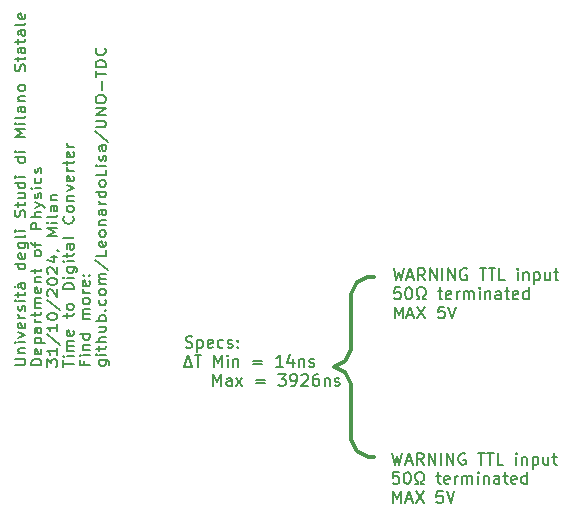
<source format=gto>
G04 #@! TF.GenerationSoftware,KiCad,Pcbnew,8.0.3*
G04 #@! TF.CreationDate,2024-11-06T17:03:22+01:00*
G04 #@! TF.ProjectId,UNOtdc,554e4f74-6463-42e6-9b69-6361645f7063,1.10*
G04 #@! TF.SameCoordinates,Original*
G04 #@! TF.FileFunction,Legend,Top*
G04 #@! TF.FilePolarity,Positive*
%FSLAX46Y46*%
G04 Gerber Fmt 4.6, Leading zero omitted, Abs format (unit mm)*
G04 Created by KiCad (PCBNEW 8.0.3) date 2024-11-06 17:03:22*
%MOMM*%
%LPD*%
G01*
G04 APERTURE LIST*
%ADD10C,0.150000*%
%ADD11C,0.300000*%
G04 APERTURE END LIST*
D10*
X74999917Y-70783220D02*
X75688012Y-70783220D01*
X75688012Y-70783220D02*
X75768964Y-70735601D01*
X75768964Y-70735601D02*
X75809441Y-70687982D01*
X75809441Y-70687982D02*
X75849917Y-70592744D01*
X75849917Y-70592744D02*
X75849917Y-70402268D01*
X75849917Y-70402268D02*
X75809441Y-70307030D01*
X75809441Y-70307030D02*
X75768964Y-70259411D01*
X75768964Y-70259411D02*
X75688012Y-70211792D01*
X75688012Y-70211792D02*
X74999917Y-70211792D01*
X75283250Y-69735601D02*
X75849917Y-69735601D01*
X75364202Y-69735601D02*
X75323726Y-69687982D01*
X75323726Y-69687982D02*
X75283250Y-69592744D01*
X75283250Y-69592744D02*
X75283250Y-69449887D01*
X75283250Y-69449887D02*
X75323726Y-69354649D01*
X75323726Y-69354649D02*
X75404679Y-69307030D01*
X75404679Y-69307030D02*
X75849917Y-69307030D01*
X75849917Y-68830839D02*
X75283250Y-68830839D01*
X74999917Y-68830839D02*
X75040393Y-68878458D01*
X75040393Y-68878458D02*
X75080869Y-68830839D01*
X75080869Y-68830839D02*
X75040393Y-68783220D01*
X75040393Y-68783220D02*
X74999917Y-68830839D01*
X74999917Y-68830839D02*
X75080869Y-68830839D01*
X75283250Y-68449887D02*
X75849917Y-68211792D01*
X75849917Y-68211792D02*
X75283250Y-67973697D01*
X75809441Y-67211792D02*
X75849917Y-67307030D01*
X75849917Y-67307030D02*
X75849917Y-67497506D01*
X75849917Y-67497506D02*
X75809441Y-67592744D01*
X75809441Y-67592744D02*
X75728488Y-67640363D01*
X75728488Y-67640363D02*
X75404679Y-67640363D01*
X75404679Y-67640363D02*
X75323726Y-67592744D01*
X75323726Y-67592744D02*
X75283250Y-67497506D01*
X75283250Y-67497506D02*
X75283250Y-67307030D01*
X75283250Y-67307030D02*
X75323726Y-67211792D01*
X75323726Y-67211792D02*
X75404679Y-67164173D01*
X75404679Y-67164173D02*
X75485631Y-67164173D01*
X75485631Y-67164173D02*
X75566583Y-67640363D01*
X75849917Y-66735601D02*
X75283250Y-66735601D01*
X75445155Y-66735601D02*
X75364202Y-66687982D01*
X75364202Y-66687982D02*
X75323726Y-66640363D01*
X75323726Y-66640363D02*
X75283250Y-66545125D01*
X75283250Y-66545125D02*
X75283250Y-66449887D01*
X75809441Y-66164172D02*
X75849917Y-66068934D01*
X75849917Y-66068934D02*
X75849917Y-65878458D01*
X75849917Y-65878458D02*
X75809441Y-65783220D01*
X75809441Y-65783220D02*
X75728488Y-65735601D01*
X75728488Y-65735601D02*
X75688012Y-65735601D01*
X75688012Y-65735601D02*
X75607060Y-65783220D01*
X75607060Y-65783220D02*
X75566583Y-65878458D01*
X75566583Y-65878458D02*
X75566583Y-66021315D01*
X75566583Y-66021315D02*
X75526107Y-66116553D01*
X75526107Y-66116553D02*
X75445155Y-66164172D01*
X75445155Y-66164172D02*
X75404679Y-66164172D01*
X75404679Y-66164172D02*
X75323726Y-66116553D01*
X75323726Y-66116553D02*
X75283250Y-66021315D01*
X75283250Y-66021315D02*
X75283250Y-65878458D01*
X75283250Y-65878458D02*
X75323726Y-65783220D01*
X75849917Y-65307029D02*
X75283250Y-65307029D01*
X74999917Y-65307029D02*
X75040393Y-65354648D01*
X75040393Y-65354648D02*
X75080869Y-65307029D01*
X75080869Y-65307029D02*
X75040393Y-65259410D01*
X75040393Y-65259410D02*
X74999917Y-65307029D01*
X74999917Y-65307029D02*
X75080869Y-65307029D01*
X75283250Y-64973696D02*
X75283250Y-64592744D01*
X74999917Y-64830839D02*
X75728488Y-64830839D01*
X75728488Y-64830839D02*
X75809441Y-64783220D01*
X75809441Y-64783220D02*
X75849917Y-64687982D01*
X75849917Y-64687982D02*
X75849917Y-64592744D01*
X75849917Y-63830839D02*
X75404679Y-63830839D01*
X75404679Y-63830839D02*
X75323726Y-63878458D01*
X75323726Y-63878458D02*
X75283250Y-63973696D01*
X75283250Y-63973696D02*
X75283250Y-64164172D01*
X75283250Y-64164172D02*
X75323726Y-64259410D01*
X75809441Y-63830839D02*
X75849917Y-63926077D01*
X75849917Y-63926077D02*
X75849917Y-64164172D01*
X75849917Y-64164172D02*
X75809441Y-64259410D01*
X75809441Y-64259410D02*
X75728488Y-64307029D01*
X75728488Y-64307029D02*
X75647536Y-64307029D01*
X75647536Y-64307029D02*
X75566583Y-64259410D01*
X75566583Y-64259410D02*
X75526107Y-64164172D01*
X75526107Y-64164172D02*
X75526107Y-63926077D01*
X75526107Y-63926077D02*
X75485631Y-63830839D01*
X74959441Y-64164172D02*
X75080869Y-64021315D01*
X75849917Y-62164172D02*
X74999917Y-62164172D01*
X75809441Y-62164172D02*
X75849917Y-62259410D01*
X75849917Y-62259410D02*
X75849917Y-62449886D01*
X75849917Y-62449886D02*
X75809441Y-62545124D01*
X75809441Y-62545124D02*
X75768964Y-62592743D01*
X75768964Y-62592743D02*
X75688012Y-62640362D01*
X75688012Y-62640362D02*
X75445155Y-62640362D01*
X75445155Y-62640362D02*
X75364202Y-62592743D01*
X75364202Y-62592743D02*
X75323726Y-62545124D01*
X75323726Y-62545124D02*
X75283250Y-62449886D01*
X75283250Y-62449886D02*
X75283250Y-62259410D01*
X75283250Y-62259410D02*
X75323726Y-62164172D01*
X75809441Y-61307029D02*
X75849917Y-61402267D01*
X75849917Y-61402267D02*
X75849917Y-61592743D01*
X75849917Y-61592743D02*
X75809441Y-61687981D01*
X75809441Y-61687981D02*
X75728488Y-61735600D01*
X75728488Y-61735600D02*
X75404679Y-61735600D01*
X75404679Y-61735600D02*
X75323726Y-61687981D01*
X75323726Y-61687981D02*
X75283250Y-61592743D01*
X75283250Y-61592743D02*
X75283250Y-61402267D01*
X75283250Y-61402267D02*
X75323726Y-61307029D01*
X75323726Y-61307029D02*
X75404679Y-61259410D01*
X75404679Y-61259410D02*
X75485631Y-61259410D01*
X75485631Y-61259410D02*
X75566583Y-61735600D01*
X75283250Y-60402267D02*
X75971345Y-60402267D01*
X75971345Y-60402267D02*
X76052298Y-60449886D01*
X76052298Y-60449886D02*
X76092774Y-60497505D01*
X76092774Y-60497505D02*
X76133250Y-60592743D01*
X76133250Y-60592743D02*
X76133250Y-60735600D01*
X76133250Y-60735600D02*
X76092774Y-60830838D01*
X75809441Y-60402267D02*
X75849917Y-60497505D01*
X75849917Y-60497505D02*
X75849917Y-60687981D01*
X75849917Y-60687981D02*
X75809441Y-60783219D01*
X75809441Y-60783219D02*
X75768964Y-60830838D01*
X75768964Y-60830838D02*
X75688012Y-60878457D01*
X75688012Y-60878457D02*
X75445155Y-60878457D01*
X75445155Y-60878457D02*
X75364202Y-60830838D01*
X75364202Y-60830838D02*
X75323726Y-60783219D01*
X75323726Y-60783219D02*
X75283250Y-60687981D01*
X75283250Y-60687981D02*
X75283250Y-60497505D01*
X75283250Y-60497505D02*
X75323726Y-60402267D01*
X75849917Y-59783219D02*
X75809441Y-59878457D01*
X75809441Y-59878457D02*
X75728488Y-59926076D01*
X75728488Y-59926076D02*
X74999917Y-59926076D01*
X75849917Y-59402266D02*
X75283250Y-59402266D01*
X74999917Y-59402266D02*
X75040393Y-59449885D01*
X75040393Y-59449885D02*
X75080869Y-59402266D01*
X75080869Y-59402266D02*
X75040393Y-59354647D01*
X75040393Y-59354647D02*
X74999917Y-59402266D01*
X74999917Y-59402266D02*
X75080869Y-59402266D01*
X75809441Y-58211790D02*
X75849917Y-58068933D01*
X75849917Y-58068933D02*
X75849917Y-57830838D01*
X75849917Y-57830838D02*
X75809441Y-57735600D01*
X75809441Y-57735600D02*
X75768964Y-57687981D01*
X75768964Y-57687981D02*
X75688012Y-57640362D01*
X75688012Y-57640362D02*
X75607060Y-57640362D01*
X75607060Y-57640362D02*
X75526107Y-57687981D01*
X75526107Y-57687981D02*
X75485631Y-57735600D01*
X75485631Y-57735600D02*
X75445155Y-57830838D01*
X75445155Y-57830838D02*
X75404679Y-58021314D01*
X75404679Y-58021314D02*
X75364202Y-58116552D01*
X75364202Y-58116552D02*
X75323726Y-58164171D01*
X75323726Y-58164171D02*
X75242774Y-58211790D01*
X75242774Y-58211790D02*
X75161821Y-58211790D01*
X75161821Y-58211790D02*
X75080869Y-58164171D01*
X75080869Y-58164171D02*
X75040393Y-58116552D01*
X75040393Y-58116552D02*
X74999917Y-58021314D01*
X74999917Y-58021314D02*
X74999917Y-57783219D01*
X74999917Y-57783219D02*
X75040393Y-57640362D01*
X75283250Y-57354647D02*
X75283250Y-56973695D01*
X74999917Y-57211790D02*
X75728488Y-57211790D01*
X75728488Y-57211790D02*
X75809441Y-57164171D01*
X75809441Y-57164171D02*
X75849917Y-57068933D01*
X75849917Y-57068933D02*
X75849917Y-56973695D01*
X75283250Y-56211790D02*
X75849917Y-56211790D01*
X75283250Y-56640361D02*
X75728488Y-56640361D01*
X75728488Y-56640361D02*
X75809441Y-56592742D01*
X75809441Y-56592742D02*
X75849917Y-56497504D01*
X75849917Y-56497504D02*
X75849917Y-56354647D01*
X75849917Y-56354647D02*
X75809441Y-56259409D01*
X75809441Y-56259409D02*
X75768964Y-56211790D01*
X75849917Y-55307028D02*
X74999917Y-55307028D01*
X75809441Y-55307028D02*
X75849917Y-55402266D01*
X75849917Y-55402266D02*
X75849917Y-55592742D01*
X75849917Y-55592742D02*
X75809441Y-55687980D01*
X75809441Y-55687980D02*
X75768964Y-55735599D01*
X75768964Y-55735599D02*
X75688012Y-55783218D01*
X75688012Y-55783218D02*
X75445155Y-55783218D01*
X75445155Y-55783218D02*
X75364202Y-55735599D01*
X75364202Y-55735599D02*
X75323726Y-55687980D01*
X75323726Y-55687980D02*
X75283250Y-55592742D01*
X75283250Y-55592742D02*
X75283250Y-55402266D01*
X75283250Y-55402266D02*
X75323726Y-55307028D01*
X75849917Y-54830837D02*
X75283250Y-54830837D01*
X74999917Y-54830837D02*
X75040393Y-54878456D01*
X75040393Y-54878456D02*
X75080869Y-54830837D01*
X75080869Y-54830837D02*
X75040393Y-54783218D01*
X75040393Y-54783218D02*
X74999917Y-54830837D01*
X74999917Y-54830837D02*
X75080869Y-54830837D01*
X75849917Y-53164171D02*
X74999917Y-53164171D01*
X75809441Y-53164171D02*
X75849917Y-53259409D01*
X75849917Y-53259409D02*
X75849917Y-53449885D01*
X75849917Y-53449885D02*
X75809441Y-53545123D01*
X75809441Y-53545123D02*
X75768964Y-53592742D01*
X75768964Y-53592742D02*
X75688012Y-53640361D01*
X75688012Y-53640361D02*
X75445155Y-53640361D01*
X75445155Y-53640361D02*
X75364202Y-53592742D01*
X75364202Y-53592742D02*
X75323726Y-53545123D01*
X75323726Y-53545123D02*
X75283250Y-53449885D01*
X75283250Y-53449885D02*
X75283250Y-53259409D01*
X75283250Y-53259409D02*
X75323726Y-53164171D01*
X75849917Y-52687980D02*
X75283250Y-52687980D01*
X74999917Y-52687980D02*
X75040393Y-52735599D01*
X75040393Y-52735599D02*
X75080869Y-52687980D01*
X75080869Y-52687980D02*
X75040393Y-52640361D01*
X75040393Y-52640361D02*
X74999917Y-52687980D01*
X74999917Y-52687980D02*
X75080869Y-52687980D01*
X75849917Y-51449885D02*
X74999917Y-51449885D01*
X74999917Y-51449885D02*
X75607060Y-51116552D01*
X75607060Y-51116552D02*
X74999917Y-50783219D01*
X74999917Y-50783219D02*
X75849917Y-50783219D01*
X75849917Y-50307028D02*
X75283250Y-50307028D01*
X74999917Y-50307028D02*
X75040393Y-50354647D01*
X75040393Y-50354647D02*
X75080869Y-50307028D01*
X75080869Y-50307028D02*
X75040393Y-50259409D01*
X75040393Y-50259409D02*
X74999917Y-50307028D01*
X74999917Y-50307028D02*
X75080869Y-50307028D01*
X75849917Y-49687981D02*
X75809441Y-49783219D01*
X75809441Y-49783219D02*
X75728488Y-49830838D01*
X75728488Y-49830838D02*
X74999917Y-49830838D01*
X75849917Y-48878457D02*
X75404679Y-48878457D01*
X75404679Y-48878457D02*
X75323726Y-48926076D01*
X75323726Y-48926076D02*
X75283250Y-49021314D01*
X75283250Y-49021314D02*
X75283250Y-49211790D01*
X75283250Y-49211790D02*
X75323726Y-49307028D01*
X75809441Y-48878457D02*
X75849917Y-48973695D01*
X75849917Y-48973695D02*
X75849917Y-49211790D01*
X75849917Y-49211790D02*
X75809441Y-49307028D01*
X75809441Y-49307028D02*
X75728488Y-49354647D01*
X75728488Y-49354647D02*
X75647536Y-49354647D01*
X75647536Y-49354647D02*
X75566583Y-49307028D01*
X75566583Y-49307028D02*
X75526107Y-49211790D01*
X75526107Y-49211790D02*
X75526107Y-48973695D01*
X75526107Y-48973695D02*
X75485631Y-48878457D01*
X75283250Y-48402266D02*
X75849917Y-48402266D01*
X75364202Y-48402266D02*
X75323726Y-48354647D01*
X75323726Y-48354647D02*
X75283250Y-48259409D01*
X75283250Y-48259409D02*
X75283250Y-48116552D01*
X75283250Y-48116552D02*
X75323726Y-48021314D01*
X75323726Y-48021314D02*
X75404679Y-47973695D01*
X75404679Y-47973695D02*
X75849917Y-47973695D01*
X75849917Y-47354647D02*
X75809441Y-47449885D01*
X75809441Y-47449885D02*
X75768964Y-47497504D01*
X75768964Y-47497504D02*
X75688012Y-47545123D01*
X75688012Y-47545123D02*
X75445155Y-47545123D01*
X75445155Y-47545123D02*
X75364202Y-47497504D01*
X75364202Y-47497504D02*
X75323726Y-47449885D01*
X75323726Y-47449885D02*
X75283250Y-47354647D01*
X75283250Y-47354647D02*
X75283250Y-47211790D01*
X75283250Y-47211790D02*
X75323726Y-47116552D01*
X75323726Y-47116552D02*
X75364202Y-47068933D01*
X75364202Y-47068933D02*
X75445155Y-47021314D01*
X75445155Y-47021314D02*
X75688012Y-47021314D01*
X75688012Y-47021314D02*
X75768964Y-47068933D01*
X75768964Y-47068933D02*
X75809441Y-47116552D01*
X75809441Y-47116552D02*
X75849917Y-47211790D01*
X75849917Y-47211790D02*
X75849917Y-47354647D01*
X75809441Y-45878456D02*
X75849917Y-45735599D01*
X75849917Y-45735599D02*
X75849917Y-45497504D01*
X75849917Y-45497504D02*
X75809441Y-45402266D01*
X75809441Y-45402266D02*
X75768964Y-45354647D01*
X75768964Y-45354647D02*
X75688012Y-45307028D01*
X75688012Y-45307028D02*
X75607060Y-45307028D01*
X75607060Y-45307028D02*
X75526107Y-45354647D01*
X75526107Y-45354647D02*
X75485631Y-45402266D01*
X75485631Y-45402266D02*
X75445155Y-45497504D01*
X75445155Y-45497504D02*
X75404679Y-45687980D01*
X75404679Y-45687980D02*
X75364202Y-45783218D01*
X75364202Y-45783218D02*
X75323726Y-45830837D01*
X75323726Y-45830837D02*
X75242774Y-45878456D01*
X75242774Y-45878456D02*
X75161821Y-45878456D01*
X75161821Y-45878456D02*
X75080869Y-45830837D01*
X75080869Y-45830837D02*
X75040393Y-45783218D01*
X75040393Y-45783218D02*
X74999917Y-45687980D01*
X74999917Y-45687980D02*
X74999917Y-45449885D01*
X74999917Y-45449885D02*
X75040393Y-45307028D01*
X75283250Y-45021313D02*
X75283250Y-44640361D01*
X74999917Y-44878456D02*
X75728488Y-44878456D01*
X75728488Y-44878456D02*
X75809441Y-44830837D01*
X75809441Y-44830837D02*
X75849917Y-44735599D01*
X75849917Y-44735599D02*
X75849917Y-44640361D01*
X75849917Y-43878456D02*
X75404679Y-43878456D01*
X75404679Y-43878456D02*
X75323726Y-43926075D01*
X75323726Y-43926075D02*
X75283250Y-44021313D01*
X75283250Y-44021313D02*
X75283250Y-44211789D01*
X75283250Y-44211789D02*
X75323726Y-44307027D01*
X75809441Y-43878456D02*
X75849917Y-43973694D01*
X75849917Y-43973694D02*
X75849917Y-44211789D01*
X75849917Y-44211789D02*
X75809441Y-44307027D01*
X75809441Y-44307027D02*
X75728488Y-44354646D01*
X75728488Y-44354646D02*
X75647536Y-44354646D01*
X75647536Y-44354646D02*
X75566583Y-44307027D01*
X75566583Y-44307027D02*
X75526107Y-44211789D01*
X75526107Y-44211789D02*
X75526107Y-43973694D01*
X75526107Y-43973694D02*
X75485631Y-43878456D01*
X75283250Y-43545122D02*
X75283250Y-43164170D01*
X74999917Y-43402265D02*
X75728488Y-43402265D01*
X75728488Y-43402265D02*
X75809441Y-43354646D01*
X75809441Y-43354646D02*
X75849917Y-43259408D01*
X75849917Y-43259408D02*
X75849917Y-43164170D01*
X75849917Y-42402265D02*
X75404679Y-42402265D01*
X75404679Y-42402265D02*
X75323726Y-42449884D01*
X75323726Y-42449884D02*
X75283250Y-42545122D01*
X75283250Y-42545122D02*
X75283250Y-42735598D01*
X75283250Y-42735598D02*
X75323726Y-42830836D01*
X75809441Y-42402265D02*
X75849917Y-42497503D01*
X75849917Y-42497503D02*
X75849917Y-42735598D01*
X75849917Y-42735598D02*
X75809441Y-42830836D01*
X75809441Y-42830836D02*
X75728488Y-42878455D01*
X75728488Y-42878455D02*
X75647536Y-42878455D01*
X75647536Y-42878455D02*
X75566583Y-42830836D01*
X75566583Y-42830836D02*
X75526107Y-42735598D01*
X75526107Y-42735598D02*
X75526107Y-42497503D01*
X75526107Y-42497503D02*
X75485631Y-42402265D01*
X75849917Y-41783217D02*
X75809441Y-41878455D01*
X75809441Y-41878455D02*
X75728488Y-41926074D01*
X75728488Y-41926074D02*
X74999917Y-41926074D01*
X75809441Y-41021312D02*
X75849917Y-41116550D01*
X75849917Y-41116550D02*
X75849917Y-41307026D01*
X75849917Y-41307026D02*
X75809441Y-41402264D01*
X75809441Y-41402264D02*
X75728488Y-41449883D01*
X75728488Y-41449883D02*
X75404679Y-41449883D01*
X75404679Y-41449883D02*
X75323726Y-41402264D01*
X75323726Y-41402264D02*
X75283250Y-41307026D01*
X75283250Y-41307026D02*
X75283250Y-41116550D01*
X75283250Y-41116550D02*
X75323726Y-41021312D01*
X75323726Y-41021312D02*
X75404679Y-40973693D01*
X75404679Y-40973693D02*
X75485631Y-40973693D01*
X75485631Y-40973693D02*
X75566583Y-41449883D01*
X77218369Y-70783220D02*
X76368369Y-70783220D01*
X76368369Y-70783220D02*
X76368369Y-70545125D01*
X76368369Y-70545125D02*
X76408845Y-70402268D01*
X76408845Y-70402268D02*
X76489797Y-70307030D01*
X76489797Y-70307030D02*
X76570750Y-70259411D01*
X76570750Y-70259411D02*
X76732654Y-70211792D01*
X76732654Y-70211792D02*
X76854083Y-70211792D01*
X76854083Y-70211792D02*
X77015988Y-70259411D01*
X77015988Y-70259411D02*
X77096940Y-70307030D01*
X77096940Y-70307030D02*
X77177893Y-70402268D01*
X77177893Y-70402268D02*
X77218369Y-70545125D01*
X77218369Y-70545125D02*
X77218369Y-70783220D01*
X77177893Y-69402268D02*
X77218369Y-69497506D01*
X77218369Y-69497506D02*
X77218369Y-69687982D01*
X77218369Y-69687982D02*
X77177893Y-69783220D01*
X77177893Y-69783220D02*
X77096940Y-69830839D01*
X77096940Y-69830839D02*
X76773131Y-69830839D01*
X76773131Y-69830839D02*
X76692178Y-69783220D01*
X76692178Y-69783220D02*
X76651702Y-69687982D01*
X76651702Y-69687982D02*
X76651702Y-69497506D01*
X76651702Y-69497506D02*
X76692178Y-69402268D01*
X76692178Y-69402268D02*
X76773131Y-69354649D01*
X76773131Y-69354649D02*
X76854083Y-69354649D01*
X76854083Y-69354649D02*
X76935035Y-69830839D01*
X76651702Y-68926077D02*
X77501702Y-68926077D01*
X76692178Y-68926077D02*
X76651702Y-68830839D01*
X76651702Y-68830839D02*
X76651702Y-68640363D01*
X76651702Y-68640363D02*
X76692178Y-68545125D01*
X76692178Y-68545125D02*
X76732654Y-68497506D01*
X76732654Y-68497506D02*
X76813607Y-68449887D01*
X76813607Y-68449887D02*
X77056464Y-68449887D01*
X77056464Y-68449887D02*
X77137416Y-68497506D01*
X77137416Y-68497506D02*
X77177893Y-68545125D01*
X77177893Y-68545125D02*
X77218369Y-68640363D01*
X77218369Y-68640363D02*
X77218369Y-68830839D01*
X77218369Y-68830839D02*
X77177893Y-68926077D01*
X77218369Y-67592744D02*
X76773131Y-67592744D01*
X76773131Y-67592744D02*
X76692178Y-67640363D01*
X76692178Y-67640363D02*
X76651702Y-67735601D01*
X76651702Y-67735601D02*
X76651702Y-67926077D01*
X76651702Y-67926077D02*
X76692178Y-68021315D01*
X77177893Y-67592744D02*
X77218369Y-67687982D01*
X77218369Y-67687982D02*
X77218369Y-67926077D01*
X77218369Y-67926077D02*
X77177893Y-68021315D01*
X77177893Y-68021315D02*
X77096940Y-68068934D01*
X77096940Y-68068934D02*
X77015988Y-68068934D01*
X77015988Y-68068934D02*
X76935035Y-68021315D01*
X76935035Y-68021315D02*
X76894559Y-67926077D01*
X76894559Y-67926077D02*
X76894559Y-67687982D01*
X76894559Y-67687982D02*
X76854083Y-67592744D01*
X77218369Y-67116553D02*
X76651702Y-67116553D01*
X76813607Y-67116553D02*
X76732654Y-67068934D01*
X76732654Y-67068934D02*
X76692178Y-67021315D01*
X76692178Y-67021315D02*
X76651702Y-66926077D01*
X76651702Y-66926077D02*
X76651702Y-66830839D01*
X76651702Y-66640362D02*
X76651702Y-66259410D01*
X76368369Y-66497505D02*
X77096940Y-66497505D01*
X77096940Y-66497505D02*
X77177893Y-66449886D01*
X77177893Y-66449886D02*
X77218369Y-66354648D01*
X77218369Y-66354648D02*
X77218369Y-66259410D01*
X77218369Y-65926076D02*
X76651702Y-65926076D01*
X76732654Y-65926076D02*
X76692178Y-65878457D01*
X76692178Y-65878457D02*
X76651702Y-65783219D01*
X76651702Y-65783219D02*
X76651702Y-65640362D01*
X76651702Y-65640362D02*
X76692178Y-65545124D01*
X76692178Y-65545124D02*
X76773131Y-65497505D01*
X76773131Y-65497505D02*
X77218369Y-65497505D01*
X76773131Y-65497505D02*
X76692178Y-65449886D01*
X76692178Y-65449886D02*
X76651702Y-65354648D01*
X76651702Y-65354648D02*
X76651702Y-65211791D01*
X76651702Y-65211791D02*
X76692178Y-65116552D01*
X76692178Y-65116552D02*
X76773131Y-65068933D01*
X76773131Y-65068933D02*
X77218369Y-65068933D01*
X77177893Y-64211791D02*
X77218369Y-64307029D01*
X77218369Y-64307029D02*
X77218369Y-64497505D01*
X77218369Y-64497505D02*
X77177893Y-64592743D01*
X77177893Y-64592743D02*
X77096940Y-64640362D01*
X77096940Y-64640362D02*
X76773131Y-64640362D01*
X76773131Y-64640362D02*
X76692178Y-64592743D01*
X76692178Y-64592743D02*
X76651702Y-64497505D01*
X76651702Y-64497505D02*
X76651702Y-64307029D01*
X76651702Y-64307029D02*
X76692178Y-64211791D01*
X76692178Y-64211791D02*
X76773131Y-64164172D01*
X76773131Y-64164172D02*
X76854083Y-64164172D01*
X76854083Y-64164172D02*
X76935035Y-64640362D01*
X76651702Y-63735600D02*
X77218369Y-63735600D01*
X76732654Y-63735600D02*
X76692178Y-63687981D01*
X76692178Y-63687981D02*
X76651702Y-63592743D01*
X76651702Y-63592743D02*
X76651702Y-63449886D01*
X76651702Y-63449886D02*
X76692178Y-63354648D01*
X76692178Y-63354648D02*
X76773131Y-63307029D01*
X76773131Y-63307029D02*
X77218369Y-63307029D01*
X76651702Y-62973695D02*
X76651702Y-62592743D01*
X76368369Y-62830838D02*
X77096940Y-62830838D01*
X77096940Y-62830838D02*
X77177893Y-62783219D01*
X77177893Y-62783219D02*
X77218369Y-62687981D01*
X77218369Y-62687981D02*
X77218369Y-62592743D01*
X77218369Y-61354647D02*
X77177893Y-61449885D01*
X77177893Y-61449885D02*
X77137416Y-61497504D01*
X77137416Y-61497504D02*
X77056464Y-61545123D01*
X77056464Y-61545123D02*
X76813607Y-61545123D01*
X76813607Y-61545123D02*
X76732654Y-61497504D01*
X76732654Y-61497504D02*
X76692178Y-61449885D01*
X76692178Y-61449885D02*
X76651702Y-61354647D01*
X76651702Y-61354647D02*
X76651702Y-61211790D01*
X76651702Y-61211790D02*
X76692178Y-61116552D01*
X76692178Y-61116552D02*
X76732654Y-61068933D01*
X76732654Y-61068933D02*
X76813607Y-61021314D01*
X76813607Y-61021314D02*
X77056464Y-61021314D01*
X77056464Y-61021314D02*
X77137416Y-61068933D01*
X77137416Y-61068933D02*
X77177893Y-61116552D01*
X77177893Y-61116552D02*
X77218369Y-61211790D01*
X77218369Y-61211790D02*
X77218369Y-61354647D01*
X76651702Y-60735599D02*
X76651702Y-60354647D01*
X77218369Y-60592742D02*
X76489797Y-60592742D01*
X76489797Y-60592742D02*
X76408845Y-60545123D01*
X76408845Y-60545123D02*
X76368369Y-60449885D01*
X76368369Y-60449885D02*
X76368369Y-60354647D01*
X77218369Y-59259408D02*
X76368369Y-59259408D01*
X76368369Y-59259408D02*
X76368369Y-58878456D01*
X76368369Y-58878456D02*
X76408845Y-58783218D01*
X76408845Y-58783218D02*
X76449321Y-58735599D01*
X76449321Y-58735599D02*
X76530273Y-58687980D01*
X76530273Y-58687980D02*
X76651702Y-58687980D01*
X76651702Y-58687980D02*
X76732654Y-58735599D01*
X76732654Y-58735599D02*
X76773131Y-58783218D01*
X76773131Y-58783218D02*
X76813607Y-58878456D01*
X76813607Y-58878456D02*
X76813607Y-59259408D01*
X77218369Y-58259408D02*
X76368369Y-58259408D01*
X77218369Y-57830837D02*
X76773131Y-57830837D01*
X76773131Y-57830837D02*
X76692178Y-57878456D01*
X76692178Y-57878456D02*
X76651702Y-57973694D01*
X76651702Y-57973694D02*
X76651702Y-58116551D01*
X76651702Y-58116551D02*
X76692178Y-58211789D01*
X76692178Y-58211789D02*
X76732654Y-58259408D01*
X76651702Y-57449884D02*
X77218369Y-57211789D01*
X76651702Y-56973694D02*
X77218369Y-57211789D01*
X77218369Y-57211789D02*
X77420750Y-57307027D01*
X77420750Y-57307027D02*
X77461226Y-57354646D01*
X77461226Y-57354646D02*
X77501702Y-57449884D01*
X77177893Y-56640360D02*
X77218369Y-56545122D01*
X77218369Y-56545122D02*
X77218369Y-56354646D01*
X77218369Y-56354646D02*
X77177893Y-56259408D01*
X77177893Y-56259408D02*
X77096940Y-56211789D01*
X77096940Y-56211789D02*
X77056464Y-56211789D01*
X77056464Y-56211789D02*
X76975512Y-56259408D01*
X76975512Y-56259408D02*
X76935035Y-56354646D01*
X76935035Y-56354646D02*
X76935035Y-56497503D01*
X76935035Y-56497503D02*
X76894559Y-56592741D01*
X76894559Y-56592741D02*
X76813607Y-56640360D01*
X76813607Y-56640360D02*
X76773131Y-56640360D01*
X76773131Y-56640360D02*
X76692178Y-56592741D01*
X76692178Y-56592741D02*
X76651702Y-56497503D01*
X76651702Y-56497503D02*
X76651702Y-56354646D01*
X76651702Y-56354646D02*
X76692178Y-56259408D01*
X77218369Y-55783217D02*
X76651702Y-55783217D01*
X76368369Y-55783217D02*
X76408845Y-55830836D01*
X76408845Y-55830836D02*
X76449321Y-55783217D01*
X76449321Y-55783217D02*
X76408845Y-55735598D01*
X76408845Y-55735598D02*
X76368369Y-55783217D01*
X76368369Y-55783217D02*
X76449321Y-55783217D01*
X77177893Y-54878456D02*
X77218369Y-54973694D01*
X77218369Y-54973694D02*
X77218369Y-55164170D01*
X77218369Y-55164170D02*
X77177893Y-55259408D01*
X77177893Y-55259408D02*
X77137416Y-55307027D01*
X77137416Y-55307027D02*
X77056464Y-55354646D01*
X77056464Y-55354646D02*
X76813607Y-55354646D01*
X76813607Y-55354646D02*
X76732654Y-55307027D01*
X76732654Y-55307027D02*
X76692178Y-55259408D01*
X76692178Y-55259408D02*
X76651702Y-55164170D01*
X76651702Y-55164170D02*
X76651702Y-54973694D01*
X76651702Y-54973694D02*
X76692178Y-54878456D01*
X77177893Y-54497503D02*
X77218369Y-54402265D01*
X77218369Y-54402265D02*
X77218369Y-54211789D01*
X77218369Y-54211789D02*
X77177893Y-54116551D01*
X77177893Y-54116551D02*
X77096940Y-54068932D01*
X77096940Y-54068932D02*
X77056464Y-54068932D01*
X77056464Y-54068932D02*
X76975512Y-54116551D01*
X76975512Y-54116551D02*
X76935035Y-54211789D01*
X76935035Y-54211789D02*
X76935035Y-54354646D01*
X76935035Y-54354646D02*
X76894559Y-54449884D01*
X76894559Y-54449884D02*
X76813607Y-54497503D01*
X76813607Y-54497503D02*
X76773131Y-54497503D01*
X76773131Y-54497503D02*
X76692178Y-54449884D01*
X76692178Y-54449884D02*
X76651702Y-54354646D01*
X76651702Y-54354646D02*
X76651702Y-54211789D01*
X76651702Y-54211789D02*
X76692178Y-54116551D01*
X77736821Y-70878458D02*
X77736821Y-70259411D01*
X77736821Y-70259411D02*
X78060630Y-70592744D01*
X78060630Y-70592744D02*
X78060630Y-70449887D01*
X78060630Y-70449887D02*
X78101106Y-70354649D01*
X78101106Y-70354649D02*
X78141583Y-70307030D01*
X78141583Y-70307030D02*
X78222535Y-70259411D01*
X78222535Y-70259411D02*
X78424916Y-70259411D01*
X78424916Y-70259411D02*
X78505868Y-70307030D01*
X78505868Y-70307030D02*
X78546345Y-70354649D01*
X78546345Y-70354649D02*
X78586821Y-70449887D01*
X78586821Y-70449887D02*
X78586821Y-70735601D01*
X78586821Y-70735601D02*
X78546345Y-70830839D01*
X78546345Y-70830839D02*
X78505868Y-70878458D01*
X78586821Y-69307030D02*
X78586821Y-69878458D01*
X78586821Y-69592744D02*
X77736821Y-69592744D01*
X77736821Y-69592744D02*
X77858249Y-69687982D01*
X77858249Y-69687982D02*
X77939202Y-69783220D01*
X77939202Y-69783220D02*
X77979678Y-69878458D01*
X77696345Y-68164173D02*
X78789202Y-69021315D01*
X78586821Y-67307030D02*
X78586821Y-67878458D01*
X78586821Y-67592744D02*
X77736821Y-67592744D01*
X77736821Y-67592744D02*
X77858249Y-67687982D01*
X77858249Y-67687982D02*
X77939202Y-67783220D01*
X77939202Y-67783220D02*
X77979678Y-67878458D01*
X77736821Y-66687982D02*
X77736821Y-66592744D01*
X77736821Y-66592744D02*
X77777297Y-66497506D01*
X77777297Y-66497506D02*
X77817773Y-66449887D01*
X77817773Y-66449887D02*
X77898725Y-66402268D01*
X77898725Y-66402268D02*
X78060630Y-66354649D01*
X78060630Y-66354649D02*
X78263011Y-66354649D01*
X78263011Y-66354649D02*
X78424916Y-66402268D01*
X78424916Y-66402268D02*
X78505868Y-66449887D01*
X78505868Y-66449887D02*
X78546345Y-66497506D01*
X78546345Y-66497506D02*
X78586821Y-66592744D01*
X78586821Y-66592744D02*
X78586821Y-66687982D01*
X78586821Y-66687982D02*
X78546345Y-66783220D01*
X78546345Y-66783220D02*
X78505868Y-66830839D01*
X78505868Y-66830839D02*
X78424916Y-66878458D01*
X78424916Y-66878458D02*
X78263011Y-66926077D01*
X78263011Y-66926077D02*
X78060630Y-66926077D01*
X78060630Y-66926077D02*
X77898725Y-66878458D01*
X77898725Y-66878458D02*
X77817773Y-66830839D01*
X77817773Y-66830839D02*
X77777297Y-66783220D01*
X77777297Y-66783220D02*
X77736821Y-66687982D01*
X77696345Y-65211792D02*
X78789202Y-66068934D01*
X77817773Y-64926077D02*
X77777297Y-64878458D01*
X77777297Y-64878458D02*
X77736821Y-64783220D01*
X77736821Y-64783220D02*
X77736821Y-64545125D01*
X77736821Y-64545125D02*
X77777297Y-64449887D01*
X77777297Y-64449887D02*
X77817773Y-64402268D01*
X77817773Y-64402268D02*
X77898725Y-64354649D01*
X77898725Y-64354649D02*
X77979678Y-64354649D01*
X77979678Y-64354649D02*
X78101106Y-64402268D01*
X78101106Y-64402268D02*
X78586821Y-64973696D01*
X78586821Y-64973696D02*
X78586821Y-64354649D01*
X77736821Y-63735601D02*
X77736821Y-63640363D01*
X77736821Y-63640363D02*
X77777297Y-63545125D01*
X77777297Y-63545125D02*
X77817773Y-63497506D01*
X77817773Y-63497506D02*
X77898725Y-63449887D01*
X77898725Y-63449887D02*
X78060630Y-63402268D01*
X78060630Y-63402268D02*
X78263011Y-63402268D01*
X78263011Y-63402268D02*
X78424916Y-63449887D01*
X78424916Y-63449887D02*
X78505868Y-63497506D01*
X78505868Y-63497506D02*
X78546345Y-63545125D01*
X78546345Y-63545125D02*
X78586821Y-63640363D01*
X78586821Y-63640363D02*
X78586821Y-63735601D01*
X78586821Y-63735601D02*
X78546345Y-63830839D01*
X78546345Y-63830839D02*
X78505868Y-63878458D01*
X78505868Y-63878458D02*
X78424916Y-63926077D01*
X78424916Y-63926077D02*
X78263011Y-63973696D01*
X78263011Y-63973696D02*
X78060630Y-63973696D01*
X78060630Y-63973696D02*
X77898725Y-63926077D01*
X77898725Y-63926077D02*
X77817773Y-63878458D01*
X77817773Y-63878458D02*
X77777297Y-63830839D01*
X77777297Y-63830839D02*
X77736821Y-63735601D01*
X77817773Y-63021315D02*
X77777297Y-62973696D01*
X77777297Y-62973696D02*
X77736821Y-62878458D01*
X77736821Y-62878458D02*
X77736821Y-62640363D01*
X77736821Y-62640363D02*
X77777297Y-62545125D01*
X77777297Y-62545125D02*
X77817773Y-62497506D01*
X77817773Y-62497506D02*
X77898725Y-62449887D01*
X77898725Y-62449887D02*
X77979678Y-62449887D01*
X77979678Y-62449887D02*
X78101106Y-62497506D01*
X78101106Y-62497506D02*
X78586821Y-63068934D01*
X78586821Y-63068934D02*
X78586821Y-62449887D01*
X78020154Y-61592744D02*
X78586821Y-61592744D01*
X77696345Y-61830839D02*
X78303487Y-62068934D01*
X78303487Y-62068934D02*
X78303487Y-61449887D01*
X78546345Y-61021315D02*
X78586821Y-61021315D01*
X78586821Y-61021315D02*
X78667773Y-61068934D01*
X78667773Y-61068934D02*
X78708249Y-61116553D01*
X78586821Y-59830839D02*
X77736821Y-59830839D01*
X77736821Y-59830839D02*
X78343964Y-59497506D01*
X78343964Y-59497506D02*
X77736821Y-59164173D01*
X77736821Y-59164173D02*
X78586821Y-59164173D01*
X78586821Y-58687982D02*
X78020154Y-58687982D01*
X77736821Y-58687982D02*
X77777297Y-58735601D01*
X77777297Y-58735601D02*
X77817773Y-58687982D01*
X77817773Y-58687982D02*
X77777297Y-58640363D01*
X77777297Y-58640363D02*
X77736821Y-58687982D01*
X77736821Y-58687982D02*
X77817773Y-58687982D01*
X78586821Y-58068935D02*
X78546345Y-58164173D01*
X78546345Y-58164173D02*
X78465392Y-58211792D01*
X78465392Y-58211792D02*
X77736821Y-58211792D01*
X78586821Y-57259411D02*
X78141583Y-57259411D01*
X78141583Y-57259411D02*
X78060630Y-57307030D01*
X78060630Y-57307030D02*
X78020154Y-57402268D01*
X78020154Y-57402268D02*
X78020154Y-57592744D01*
X78020154Y-57592744D02*
X78060630Y-57687982D01*
X78546345Y-57259411D02*
X78586821Y-57354649D01*
X78586821Y-57354649D02*
X78586821Y-57592744D01*
X78586821Y-57592744D02*
X78546345Y-57687982D01*
X78546345Y-57687982D02*
X78465392Y-57735601D01*
X78465392Y-57735601D02*
X78384440Y-57735601D01*
X78384440Y-57735601D02*
X78303487Y-57687982D01*
X78303487Y-57687982D02*
X78263011Y-57592744D01*
X78263011Y-57592744D02*
X78263011Y-57354649D01*
X78263011Y-57354649D02*
X78222535Y-57259411D01*
X78020154Y-56783220D02*
X78586821Y-56783220D01*
X78101106Y-56783220D02*
X78060630Y-56735601D01*
X78060630Y-56735601D02*
X78020154Y-56640363D01*
X78020154Y-56640363D02*
X78020154Y-56497506D01*
X78020154Y-56497506D02*
X78060630Y-56402268D01*
X78060630Y-56402268D02*
X78141583Y-56354649D01*
X78141583Y-56354649D02*
X78586821Y-56354649D01*
X79105273Y-70926077D02*
X79105273Y-70354649D01*
X79955273Y-70640363D02*
X79105273Y-70640363D01*
X79955273Y-70021315D02*
X79388606Y-70021315D01*
X79105273Y-70021315D02*
X79145749Y-70068934D01*
X79145749Y-70068934D02*
X79186225Y-70021315D01*
X79186225Y-70021315D02*
X79145749Y-69973696D01*
X79145749Y-69973696D02*
X79105273Y-70021315D01*
X79105273Y-70021315D02*
X79186225Y-70021315D01*
X79955273Y-69545125D02*
X79388606Y-69545125D01*
X79469558Y-69545125D02*
X79429082Y-69497506D01*
X79429082Y-69497506D02*
X79388606Y-69402268D01*
X79388606Y-69402268D02*
X79388606Y-69259411D01*
X79388606Y-69259411D02*
X79429082Y-69164173D01*
X79429082Y-69164173D02*
X79510035Y-69116554D01*
X79510035Y-69116554D02*
X79955273Y-69116554D01*
X79510035Y-69116554D02*
X79429082Y-69068935D01*
X79429082Y-69068935D02*
X79388606Y-68973697D01*
X79388606Y-68973697D02*
X79388606Y-68830840D01*
X79388606Y-68830840D02*
X79429082Y-68735601D01*
X79429082Y-68735601D02*
X79510035Y-68687982D01*
X79510035Y-68687982D02*
X79955273Y-68687982D01*
X79914797Y-67830840D02*
X79955273Y-67926078D01*
X79955273Y-67926078D02*
X79955273Y-68116554D01*
X79955273Y-68116554D02*
X79914797Y-68211792D01*
X79914797Y-68211792D02*
X79833844Y-68259411D01*
X79833844Y-68259411D02*
X79510035Y-68259411D01*
X79510035Y-68259411D02*
X79429082Y-68211792D01*
X79429082Y-68211792D02*
X79388606Y-68116554D01*
X79388606Y-68116554D02*
X79388606Y-67926078D01*
X79388606Y-67926078D02*
X79429082Y-67830840D01*
X79429082Y-67830840D02*
X79510035Y-67783221D01*
X79510035Y-67783221D02*
X79590987Y-67783221D01*
X79590987Y-67783221D02*
X79671939Y-68259411D01*
X79388606Y-66735601D02*
X79388606Y-66354649D01*
X79105273Y-66592744D02*
X79833844Y-66592744D01*
X79833844Y-66592744D02*
X79914797Y-66545125D01*
X79914797Y-66545125D02*
X79955273Y-66449887D01*
X79955273Y-66449887D02*
X79955273Y-66354649D01*
X79955273Y-65878458D02*
X79914797Y-65973696D01*
X79914797Y-65973696D02*
X79874320Y-66021315D01*
X79874320Y-66021315D02*
X79793368Y-66068934D01*
X79793368Y-66068934D02*
X79550511Y-66068934D01*
X79550511Y-66068934D02*
X79469558Y-66021315D01*
X79469558Y-66021315D02*
X79429082Y-65973696D01*
X79429082Y-65973696D02*
X79388606Y-65878458D01*
X79388606Y-65878458D02*
X79388606Y-65735601D01*
X79388606Y-65735601D02*
X79429082Y-65640363D01*
X79429082Y-65640363D02*
X79469558Y-65592744D01*
X79469558Y-65592744D02*
X79550511Y-65545125D01*
X79550511Y-65545125D02*
X79793368Y-65545125D01*
X79793368Y-65545125D02*
X79874320Y-65592744D01*
X79874320Y-65592744D02*
X79914797Y-65640363D01*
X79914797Y-65640363D02*
X79955273Y-65735601D01*
X79955273Y-65735601D02*
X79955273Y-65878458D01*
X79955273Y-64354648D02*
X79105273Y-64354648D01*
X79105273Y-64354648D02*
X79105273Y-64116553D01*
X79105273Y-64116553D02*
X79145749Y-63973696D01*
X79145749Y-63973696D02*
X79226701Y-63878458D01*
X79226701Y-63878458D02*
X79307654Y-63830839D01*
X79307654Y-63830839D02*
X79469558Y-63783220D01*
X79469558Y-63783220D02*
X79590987Y-63783220D01*
X79590987Y-63783220D02*
X79752892Y-63830839D01*
X79752892Y-63830839D02*
X79833844Y-63878458D01*
X79833844Y-63878458D02*
X79914797Y-63973696D01*
X79914797Y-63973696D02*
X79955273Y-64116553D01*
X79955273Y-64116553D02*
X79955273Y-64354648D01*
X79955273Y-63354648D02*
X79388606Y-63354648D01*
X79105273Y-63354648D02*
X79145749Y-63402267D01*
X79145749Y-63402267D02*
X79186225Y-63354648D01*
X79186225Y-63354648D02*
X79145749Y-63307029D01*
X79145749Y-63307029D02*
X79105273Y-63354648D01*
X79105273Y-63354648D02*
X79186225Y-63354648D01*
X79388606Y-62449887D02*
X80076701Y-62449887D01*
X80076701Y-62449887D02*
X80157654Y-62497506D01*
X80157654Y-62497506D02*
X80198130Y-62545125D01*
X80198130Y-62545125D02*
X80238606Y-62640363D01*
X80238606Y-62640363D02*
X80238606Y-62783220D01*
X80238606Y-62783220D02*
X80198130Y-62878458D01*
X79914797Y-62449887D02*
X79955273Y-62545125D01*
X79955273Y-62545125D02*
X79955273Y-62735601D01*
X79955273Y-62735601D02*
X79914797Y-62830839D01*
X79914797Y-62830839D02*
X79874320Y-62878458D01*
X79874320Y-62878458D02*
X79793368Y-62926077D01*
X79793368Y-62926077D02*
X79550511Y-62926077D01*
X79550511Y-62926077D02*
X79469558Y-62878458D01*
X79469558Y-62878458D02*
X79429082Y-62830839D01*
X79429082Y-62830839D02*
X79388606Y-62735601D01*
X79388606Y-62735601D02*
X79388606Y-62545125D01*
X79388606Y-62545125D02*
X79429082Y-62449887D01*
X79955273Y-61973696D02*
X79388606Y-61973696D01*
X79105273Y-61973696D02*
X79145749Y-62021315D01*
X79145749Y-62021315D02*
X79186225Y-61973696D01*
X79186225Y-61973696D02*
X79145749Y-61926077D01*
X79145749Y-61926077D02*
X79105273Y-61973696D01*
X79105273Y-61973696D02*
X79186225Y-61973696D01*
X79388606Y-61640363D02*
X79388606Y-61259411D01*
X79105273Y-61497506D02*
X79833844Y-61497506D01*
X79833844Y-61497506D02*
X79914797Y-61449887D01*
X79914797Y-61449887D02*
X79955273Y-61354649D01*
X79955273Y-61354649D02*
X79955273Y-61259411D01*
X79955273Y-60497506D02*
X79510035Y-60497506D01*
X79510035Y-60497506D02*
X79429082Y-60545125D01*
X79429082Y-60545125D02*
X79388606Y-60640363D01*
X79388606Y-60640363D02*
X79388606Y-60830839D01*
X79388606Y-60830839D02*
X79429082Y-60926077D01*
X79914797Y-60497506D02*
X79955273Y-60592744D01*
X79955273Y-60592744D02*
X79955273Y-60830839D01*
X79955273Y-60830839D02*
X79914797Y-60926077D01*
X79914797Y-60926077D02*
X79833844Y-60973696D01*
X79833844Y-60973696D02*
X79752892Y-60973696D01*
X79752892Y-60973696D02*
X79671939Y-60926077D01*
X79671939Y-60926077D02*
X79631463Y-60830839D01*
X79631463Y-60830839D02*
X79631463Y-60592744D01*
X79631463Y-60592744D02*
X79590987Y-60497506D01*
X79955273Y-59878458D02*
X79914797Y-59973696D01*
X79914797Y-59973696D02*
X79833844Y-60021315D01*
X79833844Y-60021315D02*
X79105273Y-60021315D01*
X79874320Y-58164172D02*
X79914797Y-58211791D01*
X79914797Y-58211791D02*
X79955273Y-58354648D01*
X79955273Y-58354648D02*
X79955273Y-58449886D01*
X79955273Y-58449886D02*
X79914797Y-58592743D01*
X79914797Y-58592743D02*
X79833844Y-58687981D01*
X79833844Y-58687981D02*
X79752892Y-58735600D01*
X79752892Y-58735600D02*
X79590987Y-58783219D01*
X79590987Y-58783219D02*
X79469558Y-58783219D01*
X79469558Y-58783219D02*
X79307654Y-58735600D01*
X79307654Y-58735600D02*
X79226701Y-58687981D01*
X79226701Y-58687981D02*
X79145749Y-58592743D01*
X79145749Y-58592743D02*
X79105273Y-58449886D01*
X79105273Y-58449886D02*
X79105273Y-58354648D01*
X79105273Y-58354648D02*
X79145749Y-58211791D01*
X79145749Y-58211791D02*
X79186225Y-58164172D01*
X79955273Y-57592743D02*
X79914797Y-57687981D01*
X79914797Y-57687981D02*
X79874320Y-57735600D01*
X79874320Y-57735600D02*
X79793368Y-57783219D01*
X79793368Y-57783219D02*
X79550511Y-57783219D01*
X79550511Y-57783219D02*
X79469558Y-57735600D01*
X79469558Y-57735600D02*
X79429082Y-57687981D01*
X79429082Y-57687981D02*
X79388606Y-57592743D01*
X79388606Y-57592743D02*
X79388606Y-57449886D01*
X79388606Y-57449886D02*
X79429082Y-57354648D01*
X79429082Y-57354648D02*
X79469558Y-57307029D01*
X79469558Y-57307029D02*
X79550511Y-57259410D01*
X79550511Y-57259410D02*
X79793368Y-57259410D01*
X79793368Y-57259410D02*
X79874320Y-57307029D01*
X79874320Y-57307029D02*
X79914797Y-57354648D01*
X79914797Y-57354648D02*
X79955273Y-57449886D01*
X79955273Y-57449886D02*
X79955273Y-57592743D01*
X79388606Y-56830838D02*
X79955273Y-56830838D01*
X79469558Y-56830838D02*
X79429082Y-56783219D01*
X79429082Y-56783219D02*
X79388606Y-56687981D01*
X79388606Y-56687981D02*
X79388606Y-56545124D01*
X79388606Y-56545124D02*
X79429082Y-56449886D01*
X79429082Y-56449886D02*
X79510035Y-56402267D01*
X79510035Y-56402267D02*
X79955273Y-56402267D01*
X79388606Y-56021314D02*
X79955273Y-55783219D01*
X79955273Y-55783219D02*
X79388606Y-55545124D01*
X79914797Y-54783219D02*
X79955273Y-54878457D01*
X79955273Y-54878457D02*
X79955273Y-55068933D01*
X79955273Y-55068933D02*
X79914797Y-55164171D01*
X79914797Y-55164171D02*
X79833844Y-55211790D01*
X79833844Y-55211790D02*
X79510035Y-55211790D01*
X79510035Y-55211790D02*
X79429082Y-55164171D01*
X79429082Y-55164171D02*
X79388606Y-55068933D01*
X79388606Y-55068933D02*
X79388606Y-54878457D01*
X79388606Y-54878457D02*
X79429082Y-54783219D01*
X79429082Y-54783219D02*
X79510035Y-54735600D01*
X79510035Y-54735600D02*
X79590987Y-54735600D01*
X79590987Y-54735600D02*
X79671939Y-55211790D01*
X79955273Y-54307028D02*
X79388606Y-54307028D01*
X79550511Y-54307028D02*
X79469558Y-54259409D01*
X79469558Y-54259409D02*
X79429082Y-54211790D01*
X79429082Y-54211790D02*
X79388606Y-54116552D01*
X79388606Y-54116552D02*
X79388606Y-54021314D01*
X79388606Y-53830837D02*
X79388606Y-53449885D01*
X79105273Y-53687980D02*
X79833844Y-53687980D01*
X79833844Y-53687980D02*
X79914797Y-53640361D01*
X79914797Y-53640361D02*
X79955273Y-53545123D01*
X79955273Y-53545123D02*
X79955273Y-53449885D01*
X79914797Y-52735599D02*
X79955273Y-52830837D01*
X79955273Y-52830837D02*
X79955273Y-53021313D01*
X79955273Y-53021313D02*
X79914797Y-53116551D01*
X79914797Y-53116551D02*
X79833844Y-53164170D01*
X79833844Y-53164170D02*
X79510035Y-53164170D01*
X79510035Y-53164170D02*
X79429082Y-53116551D01*
X79429082Y-53116551D02*
X79388606Y-53021313D01*
X79388606Y-53021313D02*
X79388606Y-52830837D01*
X79388606Y-52830837D02*
X79429082Y-52735599D01*
X79429082Y-52735599D02*
X79510035Y-52687980D01*
X79510035Y-52687980D02*
X79590987Y-52687980D01*
X79590987Y-52687980D02*
X79671939Y-53164170D01*
X79955273Y-52259408D02*
X79388606Y-52259408D01*
X79550511Y-52259408D02*
X79469558Y-52211789D01*
X79469558Y-52211789D02*
X79429082Y-52164170D01*
X79429082Y-52164170D02*
X79388606Y-52068932D01*
X79388606Y-52068932D02*
X79388606Y-51973694D01*
X80878487Y-70449887D02*
X80878487Y-70783220D01*
X81323725Y-70783220D02*
X80473725Y-70783220D01*
X80473725Y-70783220D02*
X80473725Y-70307030D01*
X81323725Y-69926077D02*
X80757058Y-69926077D01*
X80473725Y-69926077D02*
X80514201Y-69973696D01*
X80514201Y-69973696D02*
X80554677Y-69926077D01*
X80554677Y-69926077D02*
X80514201Y-69878458D01*
X80514201Y-69878458D02*
X80473725Y-69926077D01*
X80473725Y-69926077D02*
X80554677Y-69926077D01*
X80757058Y-69449887D02*
X81323725Y-69449887D01*
X80838010Y-69449887D02*
X80797534Y-69402268D01*
X80797534Y-69402268D02*
X80757058Y-69307030D01*
X80757058Y-69307030D02*
X80757058Y-69164173D01*
X80757058Y-69164173D02*
X80797534Y-69068935D01*
X80797534Y-69068935D02*
X80878487Y-69021316D01*
X80878487Y-69021316D02*
X81323725Y-69021316D01*
X81323725Y-68116554D02*
X80473725Y-68116554D01*
X81283249Y-68116554D02*
X81323725Y-68211792D01*
X81323725Y-68211792D02*
X81323725Y-68402268D01*
X81323725Y-68402268D02*
X81283249Y-68497506D01*
X81283249Y-68497506D02*
X81242772Y-68545125D01*
X81242772Y-68545125D02*
X81161820Y-68592744D01*
X81161820Y-68592744D02*
X80918963Y-68592744D01*
X80918963Y-68592744D02*
X80838010Y-68545125D01*
X80838010Y-68545125D02*
X80797534Y-68497506D01*
X80797534Y-68497506D02*
X80757058Y-68402268D01*
X80757058Y-68402268D02*
X80757058Y-68211792D01*
X80757058Y-68211792D02*
X80797534Y-68116554D01*
X81323725Y-66878458D02*
X80757058Y-66878458D01*
X80838010Y-66878458D02*
X80797534Y-66830839D01*
X80797534Y-66830839D02*
X80757058Y-66735601D01*
X80757058Y-66735601D02*
X80757058Y-66592744D01*
X80757058Y-66592744D02*
X80797534Y-66497506D01*
X80797534Y-66497506D02*
X80878487Y-66449887D01*
X80878487Y-66449887D02*
X81323725Y-66449887D01*
X80878487Y-66449887D02*
X80797534Y-66402268D01*
X80797534Y-66402268D02*
X80757058Y-66307030D01*
X80757058Y-66307030D02*
X80757058Y-66164173D01*
X80757058Y-66164173D02*
X80797534Y-66068934D01*
X80797534Y-66068934D02*
X80878487Y-66021315D01*
X80878487Y-66021315D02*
X81323725Y-66021315D01*
X81323725Y-65402268D02*
X81283249Y-65497506D01*
X81283249Y-65497506D02*
X81242772Y-65545125D01*
X81242772Y-65545125D02*
X81161820Y-65592744D01*
X81161820Y-65592744D02*
X80918963Y-65592744D01*
X80918963Y-65592744D02*
X80838010Y-65545125D01*
X80838010Y-65545125D02*
X80797534Y-65497506D01*
X80797534Y-65497506D02*
X80757058Y-65402268D01*
X80757058Y-65402268D02*
X80757058Y-65259411D01*
X80757058Y-65259411D02*
X80797534Y-65164173D01*
X80797534Y-65164173D02*
X80838010Y-65116554D01*
X80838010Y-65116554D02*
X80918963Y-65068935D01*
X80918963Y-65068935D02*
X81161820Y-65068935D01*
X81161820Y-65068935D02*
X81242772Y-65116554D01*
X81242772Y-65116554D02*
X81283249Y-65164173D01*
X81283249Y-65164173D02*
X81323725Y-65259411D01*
X81323725Y-65259411D02*
X81323725Y-65402268D01*
X81323725Y-64640363D02*
X80757058Y-64640363D01*
X80918963Y-64640363D02*
X80838010Y-64592744D01*
X80838010Y-64592744D02*
X80797534Y-64545125D01*
X80797534Y-64545125D02*
X80757058Y-64449887D01*
X80757058Y-64449887D02*
X80757058Y-64354649D01*
X81283249Y-63640363D02*
X81323725Y-63735601D01*
X81323725Y-63735601D02*
X81323725Y-63926077D01*
X81323725Y-63926077D02*
X81283249Y-64021315D01*
X81283249Y-64021315D02*
X81202296Y-64068934D01*
X81202296Y-64068934D02*
X80878487Y-64068934D01*
X80878487Y-64068934D02*
X80797534Y-64021315D01*
X80797534Y-64021315D02*
X80757058Y-63926077D01*
X80757058Y-63926077D02*
X80757058Y-63735601D01*
X80757058Y-63735601D02*
X80797534Y-63640363D01*
X80797534Y-63640363D02*
X80878487Y-63592744D01*
X80878487Y-63592744D02*
X80959439Y-63592744D01*
X80959439Y-63592744D02*
X81040391Y-64068934D01*
X81242772Y-63164172D02*
X81283249Y-63116553D01*
X81283249Y-63116553D02*
X81323725Y-63164172D01*
X81323725Y-63164172D02*
X81283249Y-63211791D01*
X81283249Y-63211791D02*
X81242772Y-63164172D01*
X81242772Y-63164172D02*
X81323725Y-63164172D01*
X80797534Y-63164172D02*
X80838010Y-63116553D01*
X80838010Y-63116553D02*
X80878487Y-63164172D01*
X80878487Y-63164172D02*
X80838010Y-63211791D01*
X80838010Y-63211791D02*
X80797534Y-63164172D01*
X80797534Y-63164172D02*
X80878487Y-63164172D01*
X82125510Y-70354649D02*
X82813605Y-70354649D01*
X82813605Y-70354649D02*
X82894558Y-70402268D01*
X82894558Y-70402268D02*
X82935034Y-70449887D01*
X82935034Y-70449887D02*
X82975510Y-70545125D01*
X82975510Y-70545125D02*
X82975510Y-70687982D01*
X82975510Y-70687982D02*
X82935034Y-70783220D01*
X82651701Y-70354649D02*
X82692177Y-70449887D01*
X82692177Y-70449887D02*
X82692177Y-70640363D01*
X82692177Y-70640363D02*
X82651701Y-70735601D01*
X82651701Y-70735601D02*
X82611224Y-70783220D01*
X82611224Y-70783220D02*
X82530272Y-70830839D01*
X82530272Y-70830839D02*
X82287415Y-70830839D01*
X82287415Y-70830839D02*
X82206462Y-70783220D01*
X82206462Y-70783220D02*
X82165986Y-70735601D01*
X82165986Y-70735601D02*
X82125510Y-70640363D01*
X82125510Y-70640363D02*
X82125510Y-70449887D01*
X82125510Y-70449887D02*
X82165986Y-70354649D01*
X82692177Y-69878458D02*
X82125510Y-69878458D01*
X81842177Y-69878458D02*
X81882653Y-69926077D01*
X81882653Y-69926077D02*
X81923129Y-69878458D01*
X81923129Y-69878458D02*
X81882653Y-69830839D01*
X81882653Y-69830839D02*
X81842177Y-69878458D01*
X81842177Y-69878458D02*
X81923129Y-69878458D01*
X82125510Y-69545125D02*
X82125510Y-69164173D01*
X81842177Y-69402268D02*
X82570748Y-69402268D01*
X82570748Y-69402268D02*
X82651701Y-69354649D01*
X82651701Y-69354649D02*
X82692177Y-69259411D01*
X82692177Y-69259411D02*
X82692177Y-69164173D01*
X82692177Y-68830839D02*
X81842177Y-68830839D01*
X82692177Y-68402268D02*
X82246939Y-68402268D01*
X82246939Y-68402268D02*
X82165986Y-68449887D01*
X82165986Y-68449887D02*
X82125510Y-68545125D01*
X82125510Y-68545125D02*
X82125510Y-68687982D01*
X82125510Y-68687982D02*
X82165986Y-68783220D01*
X82165986Y-68783220D02*
X82206462Y-68830839D01*
X82125510Y-67497506D02*
X82692177Y-67497506D01*
X82125510Y-67926077D02*
X82570748Y-67926077D01*
X82570748Y-67926077D02*
X82651701Y-67878458D01*
X82651701Y-67878458D02*
X82692177Y-67783220D01*
X82692177Y-67783220D02*
X82692177Y-67640363D01*
X82692177Y-67640363D02*
X82651701Y-67545125D01*
X82651701Y-67545125D02*
X82611224Y-67497506D01*
X82692177Y-67021315D02*
X81842177Y-67021315D01*
X82165986Y-67021315D02*
X82125510Y-66926077D01*
X82125510Y-66926077D02*
X82125510Y-66735601D01*
X82125510Y-66735601D02*
X82165986Y-66640363D01*
X82165986Y-66640363D02*
X82206462Y-66592744D01*
X82206462Y-66592744D02*
X82287415Y-66545125D01*
X82287415Y-66545125D02*
X82530272Y-66545125D01*
X82530272Y-66545125D02*
X82611224Y-66592744D01*
X82611224Y-66592744D02*
X82651701Y-66640363D01*
X82651701Y-66640363D02*
X82692177Y-66735601D01*
X82692177Y-66735601D02*
X82692177Y-66926077D01*
X82692177Y-66926077D02*
X82651701Y-67021315D01*
X82611224Y-66116553D02*
X82651701Y-66068934D01*
X82651701Y-66068934D02*
X82692177Y-66116553D01*
X82692177Y-66116553D02*
X82651701Y-66164172D01*
X82651701Y-66164172D02*
X82611224Y-66116553D01*
X82611224Y-66116553D02*
X82692177Y-66116553D01*
X82651701Y-65211792D02*
X82692177Y-65307030D01*
X82692177Y-65307030D02*
X82692177Y-65497506D01*
X82692177Y-65497506D02*
X82651701Y-65592744D01*
X82651701Y-65592744D02*
X82611224Y-65640363D01*
X82611224Y-65640363D02*
X82530272Y-65687982D01*
X82530272Y-65687982D02*
X82287415Y-65687982D01*
X82287415Y-65687982D02*
X82206462Y-65640363D01*
X82206462Y-65640363D02*
X82165986Y-65592744D01*
X82165986Y-65592744D02*
X82125510Y-65497506D01*
X82125510Y-65497506D02*
X82125510Y-65307030D01*
X82125510Y-65307030D02*
X82165986Y-65211792D01*
X82692177Y-64640363D02*
X82651701Y-64735601D01*
X82651701Y-64735601D02*
X82611224Y-64783220D01*
X82611224Y-64783220D02*
X82530272Y-64830839D01*
X82530272Y-64830839D02*
X82287415Y-64830839D01*
X82287415Y-64830839D02*
X82206462Y-64783220D01*
X82206462Y-64783220D02*
X82165986Y-64735601D01*
X82165986Y-64735601D02*
X82125510Y-64640363D01*
X82125510Y-64640363D02*
X82125510Y-64497506D01*
X82125510Y-64497506D02*
X82165986Y-64402268D01*
X82165986Y-64402268D02*
X82206462Y-64354649D01*
X82206462Y-64354649D02*
X82287415Y-64307030D01*
X82287415Y-64307030D02*
X82530272Y-64307030D01*
X82530272Y-64307030D02*
X82611224Y-64354649D01*
X82611224Y-64354649D02*
X82651701Y-64402268D01*
X82651701Y-64402268D02*
X82692177Y-64497506D01*
X82692177Y-64497506D02*
X82692177Y-64640363D01*
X82692177Y-63878458D02*
X82125510Y-63878458D01*
X82206462Y-63878458D02*
X82165986Y-63830839D01*
X82165986Y-63830839D02*
X82125510Y-63735601D01*
X82125510Y-63735601D02*
X82125510Y-63592744D01*
X82125510Y-63592744D02*
X82165986Y-63497506D01*
X82165986Y-63497506D02*
X82246939Y-63449887D01*
X82246939Y-63449887D02*
X82692177Y-63449887D01*
X82246939Y-63449887D02*
X82165986Y-63402268D01*
X82165986Y-63402268D02*
X82125510Y-63307030D01*
X82125510Y-63307030D02*
X82125510Y-63164173D01*
X82125510Y-63164173D02*
X82165986Y-63068934D01*
X82165986Y-63068934D02*
X82246939Y-63021315D01*
X82246939Y-63021315D02*
X82692177Y-63021315D01*
X81801701Y-61830840D02*
X82894558Y-62687982D01*
X82692177Y-61021316D02*
X82692177Y-61497506D01*
X82692177Y-61497506D02*
X81842177Y-61497506D01*
X82651701Y-60307030D02*
X82692177Y-60402268D01*
X82692177Y-60402268D02*
X82692177Y-60592744D01*
X82692177Y-60592744D02*
X82651701Y-60687982D01*
X82651701Y-60687982D02*
X82570748Y-60735601D01*
X82570748Y-60735601D02*
X82246939Y-60735601D01*
X82246939Y-60735601D02*
X82165986Y-60687982D01*
X82165986Y-60687982D02*
X82125510Y-60592744D01*
X82125510Y-60592744D02*
X82125510Y-60402268D01*
X82125510Y-60402268D02*
X82165986Y-60307030D01*
X82165986Y-60307030D02*
X82246939Y-60259411D01*
X82246939Y-60259411D02*
X82327891Y-60259411D01*
X82327891Y-60259411D02*
X82408843Y-60735601D01*
X82692177Y-59687982D02*
X82651701Y-59783220D01*
X82651701Y-59783220D02*
X82611224Y-59830839D01*
X82611224Y-59830839D02*
X82530272Y-59878458D01*
X82530272Y-59878458D02*
X82287415Y-59878458D01*
X82287415Y-59878458D02*
X82206462Y-59830839D01*
X82206462Y-59830839D02*
X82165986Y-59783220D01*
X82165986Y-59783220D02*
X82125510Y-59687982D01*
X82125510Y-59687982D02*
X82125510Y-59545125D01*
X82125510Y-59545125D02*
X82165986Y-59449887D01*
X82165986Y-59449887D02*
X82206462Y-59402268D01*
X82206462Y-59402268D02*
X82287415Y-59354649D01*
X82287415Y-59354649D02*
X82530272Y-59354649D01*
X82530272Y-59354649D02*
X82611224Y-59402268D01*
X82611224Y-59402268D02*
X82651701Y-59449887D01*
X82651701Y-59449887D02*
X82692177Y-59545125D01*
X82692177Y-59545125D02*
X82692177Y-59687982D01*
X82125510Y-58926077D02*
X82692177Y-58926077D01*
X82206462Y-58926077D02*
X82165986Y-58878458D01*
X82165986Y-58878458D02*
X82125510Y-58783220D01*
X82125510Y-58783220D02*
X82125510Y-58640363D01*
X82125510Y-58640363D02*
X82165986Y-58545125D01*
X82165986Y-58545125D02*
X82246939Y-58497506D01*
X82246939Y-58497506D02*
X82692177Y-58497506D01*
X82692177Y-57592744D02*
X82246939Y-57592744D01*
X82246939Y-57592744D02*
X82165986Y-57640363D01*
X82165986Y-57640363D02*
X82125510Y-57735601D01*
X82125510Y-57735601D02*
X82125510Y-57926077D01*
X82125510Y-57926077D02*
X82165986Y-58021315D01*
X82651701Y-57592744D02*
X82692177Y-57687982D01*
X82692177Y-57687982D02*
X82692177Y-57926077D01*
X82692177Y-57926077D02*
X82651701Y-58021315D01*
X82651701Y-58021315D02*
X82570748Y-58068934D01*
X82570748Y-58068934D02*
X82489796Y-58068934D01*
X82489796Y-58068934D02*
X82408843Y-58021315D01*
X82408843Y-58021315D02*
X82368367Y-57926077D01*
X82368367Y-57926077D02*
X82368367Y-57687982D01*
X82368367Y-57687982D02*
X82327891Y-57592744D01*
X82692177Y-57116553D02*
X82125510Y-57116553D01*
X82287415Y-57116553D02*
X82206462Y-57068934D01*
X82206462Y-57068934D02*
X82165986Y-57021315D01*
X82165986Y-57021315D02*
X82125510Y-56926077D01*
X82125510Y-56926077D02*
X82125510Y-56830839D01*
X82692177Y-56068934D02*
X81842177Y-56068934D01*
X82651701Y-56068934D02*
X82692177Y-56164172D01*
X82692177Y-56164172D02*
X82692177Y-56354648D01*
X82692177Y-56354648D02*
X82651701Y-56449886D01*
X82651701Y-56449886D02*
X82611224Y-56497505D01*
X82611224Y-56497505D02*
X82530272Y-56545124D01*
X82530272Y-56545124D02*
X82287415Y-56545124D01*
X82287415Y-56545124D02*
X82206462Y-56497505D01*
X82206462Y-56497505D02*
X82165986Y-56449886D01*
X82165986Y-56449886D02*
X82125510Y-56354648D01*
X82125510Y-56354648D02*
X82125510Y-56164172D01*
X82125510Y-56164172D02*
X82165986Y-56068934D01*
X82692177Y-55449886D02*
X82651701Y-55545124D01*
X82651701Y-55545124D02*
X82611224Y-55592743D01*
X82611224Y-55592743D02*
X82530272Y-55640362D01*
X82530272Y-55640362D02*
X82287415Y-55640362D01*
X82287415Y-55640362D02*
X82206462Y-55592743D01*
X82206462Y-55592743D02*
X82165986Y-55545124D01*
X82165986Y-55545124D02*
X82125510Y-55449886D01*
X82125510Y-55449886D02*
X82125510Y-55307029D01*
X82125510Y-55307029D02*
X82165986Y-55211791D01*
X82165986Y-55211791D02*
X82206462Y-55164172D01*
X82206462Y-55164172D02*
X82287415Y-55116553D01*
X82287415Y-55116553D02*
X82530272Y-55116553D01*
X82530272Y-55116553D02*
X82611224Y-55164172D01*
X82611224Y-55164172D02*
X82651701Y-55211791D01*
X82651701Y-55211791D02*
X82692177Y-55307029D01*
X82692177Y-55307029D02*
X82692177Y-55449886D01*
X82692177Y-54211791D02*
X82692177Y-54687981D01*
X82692177Y-54687981D02*
X81842177Y-54687981D01*
X82692177Y-53878457D02*
X82125510Y-53878457D01*
X81842177Y-53878457D02*
X81882653Y-53926076D01*
X81882653Y-53926076D02*
X81923129Y-53878457D01*
X81923129Y-53878457D02*
X81882653Y-53830838D01*
X81882653Y-53830838D02*
X81842177Y-53878457D01*
X81842177Y-53878457D02*
X81923129Y-53878457D01*
X82651701Y-53449886D02*
X82692177Y-53354648D01*
X82692177Y-53354648D02*
X82692177Y-53164172D01*
X82692177Y-53164172D02*
X82651701Y-53068934D01*
X82651701Y-53068934D02*
X82570748Y-53021315D01*
X82570748Y-53021315D02*
X82530272Y-53021315D01*
X82530272Y-53021315D02*
X82449320Y-53068934D01*
X82449320Y-53068934D02*
X82408843Y-53164172D01*
X82408843Y-53164172D02*
X82408843Y-53307029D01*
X82408843Y-53307029D02*
X82368367Y-53402267D01*
X82368367Y-53402267D02*
X82287415Y-53449886D01*
X82287415Y-53449886D02*
X82246939Y-53449886D01*
X82246939Y-53449886D02*
X82165986Y-53402267D01*
X82165986Y-53402267D02*
X82125510Y-53307029D01*
X82125510Y-53307029D02*
X82125510Y-53164172D01*
X82125510Y-53164172D02*
X82165986Y-53068934D01*
X82692177Y-52164172D02*
X82246939Y-52164172D01*
X82246939Y-52164172D02*
X82165986Y-52211791D01*
X82165986Y-52211791D02*
X82125510Y-52307029D01*
X82125510Y-52307029D02*
X82125510Y-52497505D01*
X82125510Y-52497505D02*
X82165986Y-52592743D01*
X82651701Y-52164172D02*
X82692177Y-52259410D01*
X82692177Y-52259410D02*
X82692177Y-52497505D01*
X82692177Y-52497505D02*
X82651701Y-52592743D01*
X82651701Y-52592743D02*
X82570748Y-52640362D01*
X82570748Y-52640362D02*
X82489796Y-52640362D01*
X82489796Y-52640362D02*
X82408843Y-52592743D01*
X82408843Y-52592743D02*
X82368367Y-52497505D01*
X82368367Y-52497505D02*
X82368367Y-52259410D01*
X82368367Y-52259410D02*
X82327891Y-52164172D01*
X81801701Y-50973696D02*
X82894558Y-51830838D01*
X81842177Y-50640362D02*
X82530272Y-50640362D01*
X82530272Y-50640362D02*
X82611224Y-50592743D01*
X82611224Y-50592743D02*
X82651701Y-50545124D01*
X82651701Y-50545124D02*
X82692177Y-50449886D01*
X82692177Y-50449886D02*
X82692177Y-50259410D01*
X82692177Y-50259410D02*
X82651701Y-50164172D01*
X82651701Y-50164172D02*
X82611224Y-50116553D01*
X82611224Y-50116553D02*
X82530272Y-50068934D01*
X82530272Y-50068934D02*
X81842177Y-50068934D01*
X82692177Y-49592743D02*
X81842177Y-49592743D01*
X81842177Y-49592743D02*
X82692177Y-49021315D01*
X82692177Y-49021315D02*
X81842177Y-49021315D01*
X81842177Y-48354648D02*
X81842177Y-48164172D01*
X81842177Y-48164172D02*
X81882653Y-48068934D01*
X81882653Y-48068934D02*
X81963605Y-47973696D01*
X81963605Y-47973696D02*
X82125510Y-47926077D01*
X82125510Y-47926077D02*
X82408843Y-47926077D01*
X82408843Y-47926077D02*
X82570748Y-47973696D01*
X82570748Y-47973696D02*
X82651701Y-48068934D01*
X82651701Y-48068934D02*
X82692177Y-48164172D01*
X82692177Y-48164172D02*
X82692177Y-48354648D01*
X82692177Y-48354648D02*
X82651701Y-48449886D01*
X82651701Y-48449886D02*
X82570748Y-48545124D01*
X82570748Y-48545124D02*
X82408843Y-48592743D01*
X82408843Y-48592743D02*
X82125510Y-48592743D01*
X82125510Y-48592743D02*
X81963605Y-48545124D01*
X81963605Y-48545124D02*
X81882653Y-48449886D01*
X81882653Y-48449886D02*
X81842177Y-48354648D01*
X82368367Y-47497505D02*
X82368367Y-46735601D01*
X81842177Y-46402267D02*
X81842177Y-45830839D01*
X82692177Y-46116553D02*
X81842177Y-46116553D01*
X82692177Y-45497505D02*
X81842177Y-45497505D01*
X81842177Y-45497505D02*
X81842177Y-45259410D01*
X81842177Y-45259410D02*
X81882653Y-45116553D01*
X81882653Y-45116553D02*
X81963605Y-45021315D01*
X81963605Y-45021315D02*
X82044558Y-44973696D01*
X82044558Y-44973696D02*
X82206462Y-44926077D01*
X82206462Y-44926077D02*
X82327891Y-44926077D01*
X82327891Y-44926077D02*
X82489796Y-44973696D01*
X82489796Y-44973696D02*
X82570748Y-45021315D01*
X82570748Y-45021315D02*
X82651701Y-45116553D01*
X82651701Y-45116553D02*
X82692177Y-45259410D01*
X82692177Y-45259410D02*
X82692177Y-45497505D01*
X82611224Y-43926077D02*
X82651701Y-43973696D01*
X82651701Y-43973696D02*
X82692177Y-44116553D01*
X82692177Y-44116553D02*
X82692177Y-44211791D01*
X82692177Y-44211791D02*
X82651701Y-44354648D01*
X82651701Y-44354648D02*
X82570748Y-44449886D01*
X82570748Y-44449886D02*
X82489796Y-44497505D01*
X82489796Y-44497505D02*
X82327891Y-44545124D01*
X82327891Y-44545124D02*
X82206462Y-44545124D01*
X82206462Y-44545124D02*
X82044558Y-44497505D01*
X82044558Y-44497505D02*
X81963605Y-44449886D01*
X81963605Y-44449886D02*
X81882653Y-44354648D01*
X81882653Y-44354648D02*
X81842177Y-44211791D01*
X81842177Y-44211791D02*
X81842177Y-44116553D01*
X81842177Y-44116553D02*
X81882653Y-43973696D01*
X81882653Y-43973696D02*
X81923129Y-43926077D01*
X89443160Y-69246312D02*
X89586017Y-69293931D01*
X89586017Y-69293931D02*
X89824112Y-69293931D01*
X89824112Y-69293931D02*
X89919350Y-69246312D01*
X89919350Y-69246312D02*
X89966969Y-69198692D01*
X89966969Y-69198692D02*
X90014588Y-69103454D01*
X90014588Y-69103454D02*
X90014588Y-69008216D01*
X90014588Y-69008216D02*
X89966969Y-68912978D01*
X89966969Y-68912978D02*
X89919350Y-68865359D01*
X89919350Y-68865359D02*
X89824112Y-68817740D01*
X89824112Y-68817740D02*
X89633636Y-68770121D01*
X89633636Y-68770121D02*
X89538398Y-68722502D01*
X89538398Y-68722502D02*
X89490779Y-68674883D01*
X89490779Y-68674883D02*
X89443160Y-68579645D01*
X89443160Y-68579645D02*
X89443160Y-68484407D01*
X89443160Y-68484407D02*
X89490779Y-68389169D01*
X89490779Y-68389169D02*
X89538398Y-68341550D01*
X89538398Y-68341550D02*
X89633636Y-68293931D01*
X89633636Y-68293931D02*
X89871731Y-68293931D01*
X89871731Y-68293931D02*
X90014588Y-68341550D01*
X90443160Y-68627264D02*
X90443160Y-69627264D01*
X90443160Y-68674883D02*
X90538398Y-68627264D01*
X90538398Y-68627264D02*
X90728874Y-68627264D01*
X90728874Y-68627264D02*
X90824112Y-68674883D01*
X90824112Y-68674883D02*
X90871731Y-68722502D01*
X90871731Y-68722502D02*
X90919350Y-68817740D01*
X90919350Y-68817740D02*
X90919350Y-69103454D01*
X90919350Y-69103454D02*
X90871731Y-69198692D01*
X90871731Y-69198692D02*
X90824112Y-69246312D01*
X90824112Y-69246312D02*
X90728874Y-69293931D01*
X90728874Y-69293931D02*
X90538398Y-69293931D01*
X90538398Y-69293931D02*
X90443160Y-69246312D01*
X91728874Y-69246312D02*
X91633636Y-69293931D01*
X91633636Y-69293931D02*
X91443160Y-69293931D01*
X91443160Y-69293931D02*
X91347922Y-69246312D01*
X91347922Y-69246312D02*
X91300303Y-69151073D01*
X91300303Y-69151073D02*
X91300303Y-68770121D01*
X91300303Y-68770121D02*
X91347922Y-68674883D01*
X91347922Y-68674883D02*
X91443160Y-68627264D01*
X91443160Y-68627264D02*
X91633636Y-68627264D01*
X91633636Y-68627264D02*
X91728874Y-68674883D01*
X91728874Y-68674883D02*
X91776493Y-68770121D01*
X91776493Y-68770121D02*
X91776493Y-68865359D01*
X91776493Y-68865359D02*
X91300303Y-68960597D01*
X92633636Y-69246312D02*
X92538398Y-69293931D01*
X92538398Y-69293931D02*
X92347922Y-69293931D01*
X92347922Y-69293931D02*
X92252684Y-69246312D01*
X92252684Y-69246312D02*
X92205065Y-69198692D01*
X92205065Y-69198692D02*
X92157446Y-69103454D01*
X92157446Y-69103454D02*
X92157446Y-68817740D01*
X92157446Y-68817740D02*
X92205065Y-68722502D01*
X92205065Y-68722502D02*
X92252684Y-68674883D01*
X92252684Y-68674883D02*
X92347922Y-68627264D01*
X92347922Y-68627264D02*
X92538398Y-68627264D01*
X92538398Y-68627264D02*
X92633636Y-68674883D01*
X93014589Y-69246312D02*
X93109827Y-69293931D01*
X93109827Y-69293931D02*
X93300303Y-69293931D01*
X93300303Y-69293931D02*
X93395541Y-69246312D01*
X93395541Y-69246312D02*
X93443160Y-69151073D01*
X93443160Y-69151073D02*
X93443160Y-69103454D01*
X93443160Y-69103454D02*
X93395541Y-69008216D01*
X93395541Y-69008216D02*
X93300303Y-68960597D01*
X93300303Y-68960597D02*
X93157446Y-68960597D01*
X93157446Y-68960597D02*
X93062208Y-68912978D01*
X93062208Y-68912978D02*
X93014589Y-68817740D01*
X93014589Y-68817740D02*
X93014589Y-68770121D01*
X93014589Y-68770121D02*
X93062208Y-68674883D01*
X93062208Y-68674883D02*
X93157446Y-68627264D01*
X93157446Y-68627264D02*
X93300303Y-68627264D01*
X93300303Y-68627264D02*
X93395541Y-68674883D01*
X93871732Y-69198692D02*
X93919351Y-69246312D01*
X93919351Y-69246312D02*
X93871732Y-69293931D01*
X93871732Y-69293931D02*
X93824113Y-69246312D01*
X93824113Y-69246312D02*
X93871732Y-69198692D01*
X93871732Y-69198692D02*
X93871732Y-69293931D01*
X93871732Y-68674883D02*
X93919351Y-68722502D01*
X93919351Y-68722502D02*
X93871732Y-68770121D01*
X93871732Y-68770121D02*
X93824113Y-68722502D01*
X93824113Y-68722502D02*
X93871732Y-68674883D01*
X93871732Y-68674883D02*
X93871732Y-68770121D01*
X89347922Y-70903875D02*
X89681255Y-69903875D01*
X89681255Y-69903875D02*
X90014588Y-70903875D01*
X90014588Y-70903875D02*
X89347922Y-70903875D01*
X90205065Y-69903875D02*
X90776493Y-69903875D01*
X90490779Y-70903875D02*
X90490779Y-69903875D01*
X91871732Y-70903875D02*
X91871732Y-69903875D01*
X91871732Y-69903875D02*
X92205065Y-70618160D01*
X92205065Y-70618160D02*
X92538398Y-69903875D01*
X92538398Y-69903875D02*
X92538398Y-70903875D01*
X93014589Y-70903875D02*
X93014589Y-70237208D01*
X93014589Y-69903875D02*
X92966970Y-69951494D01*
X92966970Y-69951494D02*
X93014589Y-69999113D01*
X93014589Y-69999113D02*
X93062208Y-69951494D01*
X93062208Y-69951494D02*
X93014589Y-69903875D01*
X93014589Y-69903875D02*
X93014589Y-69999113D01*
X93490779Y-70237208D02*
X93490779Y-70903875D01*
X93490779Y-70332446D02*
X93538398Y-70284827D01*
X93538398Y-70284827D02*
X93633636Y-70237208D01*
X93633636Y-70237208D02*
X93776493Y-70237208D01*
X93776493Y-70237208D02*
X93871731Y-70284827D01*
X93871731Y-70284827D02*
X93919350Y-70380065D01*
X93919350Y-70380065D02*
X93919350Y-70903875D01*
X95157446Y-70380065D02*
X95919351Y-70380065D01*
X95919351Y-70665779D02*
X95157446Y-70665779D01*
X97681255Y-70903875D02*
X97109827Y-70903875D01*
X97395541Y-70903875D02*
X97395541Y-69903875D01*
X97395541Y-69903875D02*
X97300303Y-70046732D01*
X97300303Y-70046732D02*
X97205065Y-70141970D01*
X97205065Y-70141970D02*
X97109827Y-70189589D01*
X98538398Y-70237208D02*
X98538398Y-70903875D01*
X98300303Y-69856256D02*
X98062208Y-70570541D01*
X98062208Y-70570541D02*
X98681255Y-70570541D01*
X99062208Y-70237208D02*
X99062208Y-70903875D01*
X99062208Y-70332446D02*
X99109827Y-70284827D01*
X99109827Y-70284827D02*
X99205065Y-70237208D01*
X99205065Y-70237208D02*
X99347922Y-70237208D01*
X99347922Y-70237208D02*
X99443160Y-70284827D01*
X99443160Y-70284827D02*
X99490779Y-70380065D01*
X99490779Y-70380065D02*
X99490779Y-70903875D01*
X99919351Y-70856256D02*
X100014589Y-70903875D01*
X100014589Y-70903875D02*
X100205065Y-70903875D01*
X100205065Y-70903875D02*
X100300303Y-70856256D01*
X100300303Y-70856256D02*
X100347922Y-70761017D01*
X100347922Y-70761017D02*
X100347922Y-70713398D01*
X100347922Y-70713398D02*
X100300303Y-70618160D01*
X100300303Y-70618160D02*
X100205065Y-70570541D01*
X100205065Y-70570541D02*
X100062208Y-70570541D01*
X100062208Y-70570541D02*
X99966970Y-70522922D01*
X99966970Y-70522922D02*
X99919351Y-70427684D01*
X99919351Y-70427684D02*
X99919351Y-70380065D01*
X99919351Y-70380065D02*
X99966970Y-70284827D01*
X99966970Y-70284827D02*
X100062208Y-70237208D01*
X100062208Y-70237208D02*
X100205065Y-70237208D01*
X100205065Y-70237208D02*
X100300303Y-70284827D01*
X91776494Y-72513819D02*
X91776494Y-71513819D01*
X91776494Y-71513819D02*
X92109827Y-72228104D01*
X92109827Y-72228104D02*
X92443160Y-71513819D01*
X92443160Y-71513819D02*
X92443160Y-72513819D01*
X93347922Y-72513819D02*
X93347922Y-71990009D01*
X93347922Y-71990009D02*
X93300303Y-71894771D01*
X93300303Y-71894771D02*
X93205065Y-71847152D01*
X93205065Y-71847152D02*
X93014589Y-71847152D01*
X93014589Y-71847152D02*
X92919351Y-71894771D01*
X93347922Y-72466200D02*
X93252684Y-72513819D01*
X93252684Y-72513819D02*
X93014589Y-72513819D01*
X93014589Y-72513819D02*
X92919351Y-72466200D01*
X92919351Y-72466200D02*
X92871732Y-72370961D01*
X92871732Y-72370961D02*
X92871732Y-72275723D01*
X92871732Y-72275723D02*
X92919351Y-72180485D01*
X92919351Y-72180485D02*
X93014589Y-72132866D01*
X93014589Y-72132866D02*
X93252684Y-72132866D01*
X93252684Y-72132866D02*
X93347922Y-72085247D01*
X93728875Y-72513819D02*
X94252684Y-71847152D01*
X93728875Y-71847152D02*
X94252684Y-72513819D01*
X95395542Y-71990009D02*
X96157447Y-71990009D01*
X96157447Y-72275723D02*
X95395542Y-72275723D01*
X97300304Y-71513819D02*
X97919351Y-71513819D01*
X97919351Y-71513819D02*
X97586018Y-71894771D01*
X97586018Y-71894771D02*
X97728875Y-71894771D01*
X97728875Y-71894771D02*
X97824113Y-71942390D01*
X97824113Y-71942390D02*
X97871732Y-71990009D01*
X97871732Y-71990009D02*
X97919351Y-72085247D01*
X97919351Y-72085247D02*
X97919351Y-72323342D01*
X97919351Y-72323342D02*
X97871732Y-72418580D01*
X97871732Y-72418580D02*
X97824113Y-72466200D01*
X97824113Y-72466200D02*
X97728875Y-72513819D01*
X97728875Y-72513819D02*
X97443161Y-72513819D01*
X97443161Y-72513819D02*
X97347923Y-72466200D01*
X97347923Y-72466200D02*
X97300304Y-72418580D01*
X98395542Y-72513819D02*
X98586018Y-72513819D01*
X98586018Y-72513819D02*
X98681256Y-72466200D01*
X98681256Y-72466200D02*
X98728875Y-72418580D01*
X98728875Y-72418580D02*
X98824113Y-72275723D01*
X98824113Y-72275723D02*
X98871732Y-72085247D01*
X98871732Y-72085247D02*
X98871732Y-71704295D01*
X98871732Y-71704295D02*
X98824113Y-71609057D01*
X98824113Y-71609057D02*
X98776494Y-71561438D01*
X98776494Y-71561438D02*
X98681256Y-71513819D01*
X98681256Y-71513819D02*
X98490780Y-71513819D01*
X98490780Y-71513819D02*
X98395542Y-71561438D01*
X98395542Y-71561438D02*
X98347923Y-71609057D01*
X98347923Y-71609057D02*
X98300304Y-71704295D01*
X98300304Y-71704295D02*
X98300304Y-71942390D01*
X98300304Y-71942390D02*
X98347923Y-72037628D01*
X98347923Y-72037628D02*
X98395542Y-72085247D01*
X98395542Y-72085247D02*
X98490780Y-72132866D01*
X98490780Y-72132866D02*
X98681256Y-72132866D01*
X98681256Y-72132866D02*
X98776494Y-72085247D01*
X98776494Y-72085247D02*
X98824113Y-72037628D01*
X98824113Y-72037628D02*
X98871732Y-71942390D01*
X99252685Y-71609057D02*
X99300304Y-71561438D01*
X99300304Y-71561438D02*
X99395542Y-71513819D01*
X99395542Y-71513819D02*
X99633637Y-71513819D01*
X99633637Y-71513819D02*
X99728875Y-71561438D01*
X99728875Y-71561438D02*
X99776494Y-71609057D01*
X99776494Y-71609057D02*
X99824113Y-71704295D01*
X99824113Y-71704295D02*
X99824113Y-71799533D01*
X99824113Y-71799533D02*
X99776494Y-71942390D01*
X99776494Y-71942390D02*
X99205066Y-72513819D01*
X99205066Y-72513819D02*
X99824113Y-72513819D01*
X100681256Y-71513819D02*
X100490780Y-71513819D01*
X100490780Y-71513819D02*
X100395542Y-71561438D01*
X100395542Y-71561438D02*
X100347923Y-71609057D01*
X100347923Y-71609057D02*
X100252685Y-71751914D01*
X100252685Y-71751914D02*
X100205066Y-71942390D01*
X100205066Y-71942390D02*
X100205066Y-72323342D01*
X100205066Y-72323342D02*
X100252685Y-72418580D01*
X100252685Y-72418580D02*
X100300304Y-72466200D01*
X100300304Y-72466200D02*
X100395542Y-72513819D01*
X100395542Y-72513819D02*
X100586018Y-72513819D01*
X100586018Y-72513819D02*
X100681256Y-72466200D01*
X100681256Y-72466200D02*
X100728875Y-72418580D01*
X100728875Y-72418580D02*
X100776494Y-72323342D01*
X100776494Y-72323342D02*
X100776494Y-72085247D01*
X100776494Y-72085247D02*
X100728875Y-71990009D01*
X100728875Y-71990009D02*
X100681256Y-71942390D01*
X100681256Y-71942390D02*
X100586018Y-71894771D01*
X100586018Y-71894771D02*
X100395542Y-71894771D01*
X100395542Y-71894771D02*
X100300304Y-71942390D01*
X100300304Y-71942390D02*
X100252685Y-71990009D01*
X100252685Y-71990009D02*
X100205066Y-72085247D01*
X101205066Y-71847152D02*
X101205066Y-72513819D01*
X101205066Y-71942390D02*
X101252685Y-71894771D01*
X101252685Y-71894771D02*
X101347923Y-71847152D01*
X101347923Y-71847152D02*
X101490780Y-71847152D01*
X101490780Y-71847152D02*
X101586018Y-71894771D01*
X101586018Y-71894771D02*
X101633637Y-71990009D01*
X101633637Y-71990009D02*
X101633637Y-72513819D01*
X102062209Y-72466200D02*
X102157447Y-72513819D01*
X102157447Y-72513819D02*
X102347923Y-72513819D01*
X102347923Y-72513819D02*
X102443161Y-72466200D01*
X102443161Y-72466200D02*
X102490780Y-72370961D01*
X102490780Y-72370961D02*
X102490780Y-72323342D01*
X102490780Y-72323342D02*
X102443161Y-72228104D01*
X102443161Y-72228104D02*
X102347923Y-72180485D01*
X102347923Y-72180485D02*
X102205066Y-72180485D01*
X102205066Y-72180485D02*
X102109828Y-72132866D01*
X102109828Y-72132866D02*
X102062209Y-72037628D01*
X102062209Y-72037628D02*
X102062209Y-71990009D01*
X102062209Y-71990009D02*
X102109828Y-71894771D01*
X102109828Y-71894771D02*
X102205066Y-71847152D01*
X102205066Y-71847152D02*
X102347923Y-71847152D01*
X102347923Y-71847152D02*
X102443161Y-71894771D01*
X106921541Y-78199931D02*
X107159636Y-79199931D01*
X107159636Y-79199931D02*
X107350112Y-78485645D01*
X107350112Y-78485645D02*
X107540588Y-79199931D01*
X107540588Y-79199931D02*
X107778684Y-78199931D01*
X108112017Y-78914216D02*
X108588207Y-78914216D01*
X108016779Y-79199931D02*
X108350112Y-78199931D01*
X108350112Y-78199931D02*
X108683445Y-79199931D01*
X109588207Y-79199931D02*
X109254874Y-78723740D01*
X109016779Y-79199931D02*
X109016779Y-78199931D01*
X109016779Y-78199931D02*
X109397731Y-78199931D01*
X109397731Y-78199931D02*
X109492969Y-78247550D01*
X109492969Y-78247550D02*
X109540588Y-78295169D01*
X109540588Y-78295169D02*
X109588207Y-78390407D01*
X109588207Y-78390407D02*
X109588207Y-78533264D01*
X109588207Y-78533264D02*
X109540588Y-78628502D01*
X109540588Y-78628502D02*
X109492969Y-78676121D01*
X109492969Y-78676121D02*
X109397731Y-78723740D01*
X109397731Y-78723740D02*
X109016779Y-78723740D01*
X110016779Y-79199931D02*
X110016779Y-78199931D01*
X110016779Y-78199931D02*
X110588207Y-79199931D01*
X110588207Y-79199931D02*
X110588207Y-78199931D01*
X111064398Y-79199931D02*
X111064398Y-78199931D01*
X111540588Y-79199931D02*
X111540588Y-78199931D01*
X111540588Y-78199931D02*
X112112016Y-79199931D01*
X112112016Y-79199931D02*
X112112016Y-78199931D01*
X113112016Y-78247550D02*
X113016778Y-78199931D01*
X113016778Y-78199931D02*
X112873921Y-78199931D01*
X112873921Y-78199931D02*
X112731064Y-78247550D01*
X112731064Y-78247550D02*
X112635826Y-78342788D01*
X112635826Y-78342788D02*
X112588207Y-78438026D01*
X112588207Y-78438026D02*
X112540588Y-78628502D01*
X112540588Y-78628502D02*
X112540588Y-78771359D01*
X112540588Y-78771359D02*
X112588207Y-78961835D01*
X112588207Y-78961835D02*
X112635826Y-79057073D01*
X112635826Y-79057073D02*
X112731064Y-79152312D01*
X112731064Y-79152312D02*
X112873921Y-79199931D01*
X112873921Y-79199931D02*
X112969159Y-79199931D01*
X112969159Y-79199931D02*
X113112016Y-79152312D01*
X113112016Y-79152312D02*
X113159635Y-79104692D01*
X113159635Y-79104692D02*
X113159635Y-78771359D01*
X113159635Y-78771359D02*
X112969159Y-78771359D01*
X114207255Y-78199931D02*
X114778683Y-78199931D01*
X114492969Y-79199931D02*
X114492969Y-78199931D01*
X114969160Y-78199931D02*
X115540588Y-78199931D01*
X115254874Y-79199931D02*
X115254874Y-78199931D01*
X116350112Y-79199931D02*
X115873922Y-79199931D01*
X115873922Y-79199931D02*
X115873922Y-78199931D01*
X117445351Y-79199931D02*
X117445351Y-78533264D01*
X117445351Y-78199931D02*
X117397732Y-78247550D01*
X117397732Y-78247550D02*
X117445351Y-78295169D01*
X117445351Y-78295169D02*
X117492970Y-78247550D01*
X117492970Y-78247550D02*
X117445351Y-78199931D01*
X117445351Y-78199931D02*
X117445351Y-78295169D01*
X117921541Y-78533264D02*
X117921541Y-79199931D01*
X117921541Y-78628502D02*
X117969160Y-78580883D01*
X117969160Y-78580883D02*
X118064398Y-78533264D01*
X118064398Y-78533264D02*
X118207255Y-78533264D01*
X118207255Y-78533264D02*
X118302493Y-78580883D01*
X118302493Y-78580883D02*
X118350112Y-78676121D01*
X118350112Y-78676121D02*
X118350112Y-79199931D01*
X118826303Y-78533264D02*
X118826303Y-79533264D01*
X118826303Y-78580883D02*
X118921541Y-78533264D01*
X118921541Y-78533264D02*
X119112017Y-78533264D01*
X119112017Y-78533264D02*
X119207255Y-78580883D01*
X119207255Y-78580883D02*
X119254874Y-78628502D01*
X119254874Y-78628502D02*
X119302493Y-78723740D01*
X119302493Y-78723740D02*
X119302493Y-79009454D01*
X119302493Y-79009454D02*
X119254874Y-79104692D01*
X119254874Y-79104692D02*
X119207255Y-79152312D01*
X119207255Y-79152312D02*
X119112017Y-79199931D01*
X119112017Y-79199931D02*
X118921541Y-79199931D01*
X118921541Y-79199931D02*
X118826303Y-79152312D01*
X120159636Y-78533264D02*
X120159636Y-79199931D01*
X119731065Y-78533264D02*
X119731065Y-79057073D01*
X119731065Y-79057073D02*
X119778684Y-79152312D01*
X119778684Y-79152312D02*
X119873922Y-79199931D01*
X119873922Y-79199931D02*
X120016779Y-79199931D01*
X120016779Y-79199931D02*
X120112017Y-79152312D01*
X120112017Y-79152312D02*
X120159636Y-79104692D01*
X120492970Y-78533264D02*
X120873922Y-78533264D01*
X120635827Y-78199931D02*
X120635827Y-79057073D01*
X120635827Y-79057073D02*
X120683446Y-79152312D01*
X120683446Y-79152312D02*
X120778684Y-79199931D01*
X120778684Y-79199931D02*
X120873922Y-79199931D01*
X107492969Y-79809875D02*
X107016779Y-79809875D01*
X107016779Y-79809875D02*
X106969160Y-80286065D01*
X106969160Y-80286065D02*
X107016779Y-80238446D01*
X107016779Y-80238446D02*
X107112017Y-80190827D01*
X107112017Y-80190827D02*
X107350112Y-80190827D01*
X107350112Y-80190827D02*
X107445350Y-80238446D01*
X107445350Y-80238446D02*
X107492969Y-80286065D01*
X107492969Y-80286065D02*
X107540588Y-80381303D01*
X107540588Y-80381303D02*
X107540588Y-80619398D01*
X107540588Y-80619398D02*
X107492969Y-80714636D01*
X107492969Y-80714636D02*
X107445350Y-80762256D01*
X107445350Y-80762256D02*
X107350112Y-80809875D01*
X107350112Y-80809875D02*
X107112017Y-80809875D01*
X107112017Y-80809875D02*
X107016779Y-80762256D01*
X107016779Y-80762256D02*
X106969160Y-80714636D01*
X108159636Y-79809875D02*
X108254874Y-79809875D01*
X108254874Y-79809875D02*
X108350112Y-79857494D01*
X108350112Y-79857494D02*
X108397731Y-79905113D01*
X108397731Y-79905113D02*
X108445350Y-80000351D01*
X108445350Y-80000351D02*
X108492969Y-80190827D01*
X108492969Y-80190827D02*
X108492969Y-80428922D01*
X108492969Y-80428922D02*
X108445350Y-80619398D01*
X108445350Y-80619398D02*
X108397731Y-80714636D01*
X108397731Y-80714636D02*
X108350112Y-80762256D01*
X108350112Y-80762256D02*
X108254874Y-80809875D01*
X108254874Y-80809875D02*
X108159636Y-80809875D01*
X108159636Y-80809875D02*
X108064398Y-80762256D01*
X108064398Y-80762256D02*
X108016779Y-80714636D01*
X108016779Y-80714636D02*
X107969160Y-80619398D01*
X107969160Y-80619398D02*
X107921541Y-80428922D01*
X107921541Y-80428922D02*
X107921541Y-80190827D01*
X107921541Y-80190827D02*
X107969160Y-80000351D01*
X107969160Y-80000351D02*
X108016779Y-79905113D01*
X108016779Y-79905113D02*
X108064398Y-79857494D01*
X108064398Y-79857494D02*
X108159636Y-79809875D01*
X108873922Y-80809875D02*
X109112017Y-80809875D01*
X109112017Y-80809875D02*
X109112017Y-80619398D01*
X109112017Y-80619398D02*
X109016779Y-80571779D01*
X109016779Y-80571779D02*
X108921541Y-80476541D01*
X108921541Y-80476541D02*
X108873922Y-80333684D01*
X108873922Y-80333684D02*
X108873922Y-80095589D01*
X108873922Y-80095589D02*
X108921541Y-79952732D01*
X108921541Y-79952732D02*
X109016779Y-79857494D01*
X109016779Y-79857494D02*
X109159636Y-79809875D01*
X109159636Y-79809875D02*
X109350112Y-79809875D01*
X109350112Y-79809875D02*
X109492969Y-79857494D01*
X109492969Y-79857494D02*
X109588207Y-79952732D01*
X109588207Y-79952732D02*
X109635826Y-80095589D01*
X109635826Y-80095589D02*
X109635826Y-80333684D01*
X109635826Y-80333684D02*
X109588207Y-80476541D01*
X109588207Y-80476541D02*
X109492969Y-80571779D01*
X109492969Y-80571779D02*
X109397731Y-80619398D01*
X109397731Y-80619398D02*
X109397731Y-80809875D01*
X109397731Y-80809875D02*
X109635826Y-80809875D01*
X110683446Y-80143208D02*
X111064398Y-80143208D01*
X110826303Y-79809875D02*
X110826303Y-80667017D01*
X110826303Y-80667017D02*
X110873922Y-80762256D01*
X110873922Y-80762256D02*
X110969160Y-80809875D01*
X110969160Y-80809875D02*
X111064398Y-80809875D01*
X111778684Y-80762256D02*
X111683446Y-80809875D01*
X111683446Y-80809875D02*
X111492970Y-80809875D01*
X111492970Y-80809875D02*
X111397732Y-80762256D01*
X111397732Y-80762256D02*
X111350113Y-80667017D01*
X111350113Y-80667017D02*
X111350113Y-80286065D01*
X111350113Y-80286065D02*
X111397732Y-80190827D01*
X111397732Y-80190827D02*
X111492970Y-80143208D01*
X111492970Y-80143208D02*
X111683446Y-80143208D01*
X111683446Y-80143208D02*
X111778684Y-80190827D01*
X111778684Y-80190827D02*
X111826303Y-80286065D01*
X111826303Y-80286065D02*
X111826303Y-80381303D01*
X111826303Y-80381303D02*
X111350113Y-80476541D01*
X112254875Y-80809875D02*
X112254875Y-80143208D01*
X112254875Y-80333684D02*
X112302494Y-80238446D01*
X112302494Y-80238446D02*
X112350113Y-80190827D01*
X112350113Y-80190827D02*
X112445351Y-80143208D01*
X112445351Y-80143208D02*
X112540589Y-80143208D01*
X112873923Y-80809875D02*
X112873923Y-80143208D01*
X112873923Y-80238446D02*
X112921542Y-80190827D01*
X112921542Y-80190827D02*
X113016780Y-80143208D01*
X113016780Y-80143208D02*
X113159637Y-80143208D01*
X113159637Y-80143208D02*
X113254875Y-80190827D01*
X113254875Y-80190827D02*
X113302494Y-80286065D01*
X113302494Y-80286065D02*
X113302494Y-80809875D01*
X113302494Y-80286065D02*
X113350113Y-80190827D01*
X113350113Y-80190827D02*
X113445351Y-80143208D01*
X113445351Y-80143208D02*
X113588208Y-80143208D01*
X113588208Y-80143208D02*
X113683447Y-80190827D01*
X113683447Y-80190827D02*
X113731066Y-80286065D01*
X113731066Y-80286065D02*
X113731066Y-80809875D01*
X114207256Y-80809875D02*
X114207256Y-80143208D01*
X114207256Y-79809875D02*
X114159637Y-79857494D01*
X114159637Y-79857494D02*
X114207256Y-79905113D01*
X114207256Y-79905113D02*
X114254875Y-79857494D01*
X114254875Y-79857494D02*
X114207256Y-79809875D01*
X114207256Y-79809875D02*
X114207256Y-79905113D01*
X114683446Y-80143208D02*
X114683446Y-80809875D01*
X114683446Y-80238446D02*
X114731065Y-80190827D01*
X114731065Y-80190827D02*
X114826303Y-80143208D01*
X114826303Y-80143208D02*
X114969160Y-80143208D01*
X114969160Y-80143208D02*
X115064398Y-80190827D01*
X115064398Y-80190827D02*
X115112017Y-80286065D01*
X115112017Y-80286065D02*
X115112017Y-80809875D01*
X116016779Y-80809875D02*
X116016779Y-80286065D01*
X116016779Y-80286065D02*
X115969160Y-80190827D01*
X115969160Y-80190827D02*
X115873922Y-80143208D01*
X115873922Y-80143208D02*
X115683446Y-80143208D01*
X115683446Y-80143208D02*
X115588208Y-80190827D01*
X116016779Y-80762256D02*
X115921541Y-80809875D01*
X115921541Y-80809875D02*
X115683446Y-80809875D01*
X115683446Y-80809875D02*
X115588208Y-80762256D01*
X115588208Y-80762256D02*
X115540589Y-80667017D01*
X115540589Y-80667017D02*
X115540589Y-80571779D01*
X115540589Y-80571779D02*
X115588208Y-80476541D01*
X115588208Y-80476541D02*
X115683446Y-80428922D01*
X115683446Y-80428922D02*
X115921541Y-80428922D01*
X115921541Y-80428922D02*
X116016779Y-80381303D01*
X116350113Y-80143208D02*
X116731065Y-80143208D01*
X116492970Y-79809875D02*
X116492970Y-80667017D01*
X116492970Y-80667017D02*
X116540589Y-80762256D01*
X116540589Y-80762256D02*
X116635827Y-80809875D01*
X116635827Y-80809875D02*
X116731065Y-80809875D01*
X117445351Y-80762256D02*
X117350113Y-80809875D01*
X117350113Y-80809875D02*
X117159637Y-80809875D01*
X117159637Y-80809875D02*
X117064399Y-80762256D01*
X117064399Y-80762256D02*
X117016780Y-80667017D01*
X117016780Y-80667017D02*
X117016780Y-80286065D01*
X117016780Y-80286065D02*
X117064399Y-80190827D01*
X117064399Y-80190827D02*
X117159637Y-80143208D01*
X117159637Y-80143208D02*
X117350113Y-80143208D01*
X117350113Y-80143208D02*
X117445351Y-80190827D01*
X117445351Y-80190827D02*
X117492970Y-80286065D01*
X117492970Y-80286065D02*
X117492970Y-80381303D01*
X117492970Y-80381303D02*
X117016780Y-80476541D01*
X118350113Y-80809875D02*
X118350113Y-79809875D01*
X118350113Y-80762256D02*
X118254875Y-80809875D01*
X118254875Y-80809875D02*
X118064399Y-80809875D01*
X118064399Y-80809875D02*
X117969161Y-80762256D01*
X117969161Y-80762256D02*
X117921542Y-80714636D01*
X117921542Y-80714636D02*
X117873923Y-80619398D01*
X117873923Y-80619398D02*
X117873923Y-80333684D01*
X117873923Y-80333684D02*
X117921542Y-80238446D01*
X117921542Y-80238446D02*
X117969161Y-80190827D01*
X117969161Y-80190827D02*
X118064399Y-80143208D01*
X118064399Y-80143208D02*
X118254875Y-80143208D01*
X118254875Y-80143208D02*
X118350113Y-80190827D01*
X107016779Y-82419819D02*
X107016779Y-81419819D01*
X107016779Y-81419819D02*
X107350112Y-82134104D01*
X107350112Y-82134104D02*
X107683445Y-81419819D01*
X107683445Y-81419819D02*
X107683445Y-82419819D01*
X108112017Y-82134104D02*
X108588207Y-82134104D01*
X108016779Y-82419819D02*
X108350112Y-81419819D01*
X108350112Y-81419819D02*
X108683445Y-82419819D01*
X108921541Y-81419819D02*
X109588207Y-82419819D01*
X109588207Y-81419819D02*
X108921541Y-82419819D01*
X111207255Y-81419819D02*
X110731065Y-81419819D01*
X110731065Y-81419819D02*
X110683446Y-81896009D01*
X110683446Y-81896009D02*
X110731065Y-81848390D01*
X110731065Y-81848390D02*
X110826303Y-81800771D01*
X110826303Y-81800771D02*
X111064398Y-81800771D01*
X111064398Y-81800771D02*
X111159636Y-81848390D01*
X111159636Y-81848390D02*
X111207255Y-81896009D01*
X111207255Y-81896009D02*
X111254874Y-81991247D01*
X111254874Y-81991247D02*
X111254874Y-82229342D01*
X111254874Y-82229342D02*
X111207255Y-82324580D01*
X111207255Y-82324580D02*
X111159636Y-82372200D01*
X111159636Y-82372200D02*
X111064398Y-82419819D01*
X111064398Y-82419819D02*
X110826303Y-82419819D01*
X110826303Y-82419819D02*
X110731065Y-82372200D01*
X110731065Y-82372200D02*
X110683446Y-82324580D01*
X111540589Y-81419819D02*
X111873922Y-82419819D01*
X111873922Y-82419819D02*
X112207255Y-81419819D01*
D11*
X105359063Y-78516114D02*
X104882872Y-78516114D01*
X104882872Y-78516114D02*
X103930491Y-78039923D01*
X103930491Y-78039923D02*
X103454301Y-77087542D01*
X103454301Y-77087542D02*
X103454301Y-72325638D01*
X103454301Y-72325638D02*
X102978110Y-71373257D01*
X102978110Y-71373257D02*
X102025729Y-70897066D01*
X102025729Y-70897066D02*
X102978110Y-70420876D01*
X102978110Y-70420876D02*
X103454301Y-69468495D01*
X103454301Y-69468495D02*
X103454301Y-64706590D01*
X103454301Y-64706590D02*
X103930491Y-63754209D01*
X103930491Y-63754209D02*
X104882872Y-63278019D01*
X104882872Y-63278019D02*
X105359063Y-63278019D01*
D10*
X107048541Y-62578931D02*
X107286636Y-63578931D01*
X107286636Y-63578931D02*
X107477112Y-62864645D01*
X107477112Y-62864645D02*
X107667588Y-63578931D01*
X107667588Y-63578931D02*
X107905684Y-62578931D01*
X108239017Y-63293216D02*
X108715207Y-63293216D01*
X108143779Y-63578931D02*
X108477112Y-62578931D01*
X108477112Y-62578931D02*
X108810445Y-63578931D01*
X109715207Y-63578931D02*
X109381874Y-63102740D01*
X109143779Y-63578931D02*
X109143779Y-62578931D01*
X109143779Y-62578931D02*
X109524731Y-62578931D01*
X109524731Y-62578931D02*
X109619969Y-62626550D01*
X109619969Y-62626550D02*
X109667588Y-62674169D01*
X109667588Y-62674169D02*
X109715207Y-62769407D01*
X109715207Y-62769407D02*
X109715207Y-62912264D01*
X109715207Y-62912264D02*
X109667588Y-63007502D01*
X109667588Y-63007502D02*
X109619969Y-63055121D01*
X109619969Y-63055121D02*
X109524731Y-63102740D01*
X109524731Y-63102740D02*
X109143779Y-63102740D01*
X110143779Y-63578931D02*
X110143779Y-62578931D01*
X110143779Y-62578931D02*
X110715207Y-63578931D01*
X110715207Y-63578931D02*
X110715207Y-62578931D01*
X111191398Y-63578931D02*
X111191398Y-62578931D01*
X111667588Y-63578931D02*
X111667588Y-62578931D01*
X111667588Y-62578931D02*
X112239016Y-63578931D01*
X112239016Y-63578931D02*
X112239016Y-62578931D01*
X113239016Y-62626550D02*
X113143778Y-62578931D01*
X113143778Y-62578931D02*
X113000921Y-62578931D01*
X113000921Y-62578931D02*
X112858064Y-62626550D01*
X112858064Y-62626550D02*
X112762826Y-62721788D01*
X112762826Y-62721788D02*
X112715207Y-62817026D01*
X112715207Y-62817026D02*
X112667588Y-63007502D01*
X112667588Y-63007502D02*
X112667588Y-63150359D01*
X112667588Y-63150359D02*
X112715207Y-63340835D01*
X112715207Y-63340835D02*
X112762826Y-63436073D01*
X112762826Y-63436073D02*
X112858064Y-63531312D01*
X112858064Y-63531312D02*
X113000921Y-63578931D01*
X113000921Y-63578931D02*
X113096159Y-63578931D01*
X113096159Y-63578931D02*
X113239016Y-63531312D01*
X113239016Y-63531312D02*
X113286635Y-63483692D01*
X113286635Y-63483692D02*
X113286635Y-63150359D01*
X113286635Y-63150359D02*
X113096159Y-63150359D01*
X114334255Y-62578931D02*
X114905683Y-62578931D01*
X114619969Y-63578931D02*
X114619969Y-62578931D01*
X115096160Y-62578931D02*
X115667588Y-62578931D01*
X115381874Y-63578931D02*
X115381874Y-62578931D01*
X116477112Y-63578931D02*
X116000922Y-63578931D01*
X116000922Y-63578931D02*
X116000922Y-62578931D01*
X117572351Y-63578931D02*
X117572351Y-62912264D01*
X117572351Y-62578931D02*
X117524732Y-62626550D01*
X117524732Y-62626550D02*
X117572351Y-62674169D01*
X117572351Y-62674169D02*
X117619970Y-62626550D01*
X117619970Y-62626550D02*
X117572351Y-62578931D01*
X117572351Y-62578931D02*
X117572351Y-62674169D01*
X118048541Y-62912264D02*
X118048541Y-63578931D01*
X118048541Y-63007502D02*
X118096160Y-62959883D01*
X118096160Y-62959883D02*
X118191398Y-62912264D01*
X118191398Y-62912264D02*
X118334255Y-62912264D01*
X118334255Y-62912264D02*
X118429493Y-62959883D01*
X118429493Y-62959883D02*
X118477112Y-63055121D01*
X118477112Y-63055121D02*
X118477112Y-63578931D01*
X118953303Y-62912264D02*
X118953303Y-63912264D01*
X118953303Y-62959883D02*
X119048541Y-62912264D01*
X119048541Y-62912264D02*
X119239017Y-62912264D01*
X119239017Y-62912264D02*
X119334255Y-62959883D01*
X119334255Y-62959883D02*
X119381874Y-63007502D01*
X119381874Y-63007502D02*
X119429493Y-63102740D01*
X119429493Y-63102740D02*
X119429493Y-63388454D01*
X119429493Y-63388454D02*
X119381874Y-63483692D01*
X119381874Y-63483692D02*
X119334255Y-63531312D01*
X119334255Y-63531312D02*
X119239017Y-63578931D01*
X119239017Y-63578931D02*
X119048541Y-63578931D01*
X119048541Y-63578931D02*
X118953303Y-63531312D01*
X120286636Y-62912264D02*
X120286636Y-63578931D01*
X119858065Y-62912264D02*
X119858065Y-63436073D01*
X119858065Y-63436073D02*
X119905684Y-63531312D01*
X119905684Y-63531312D02*
X120000922Y-63578931D01*
X120000922Y-63578931D02*
X120143779Y-63578931D01*
X120143779Y-63578931D02*
X120239017Y-63531312D01*
X120239017Y-63531312D02*
X120286636Y-63483692D01*
X120619970Y-62912264D02*
X121000922Y-62912264D01*
X120762827Y-62578931D02*
X120762827Y-63436073D01*
X120762827Y-63436073D02*
X120810446Y-63531312D01*
X120810446Y-63531312D02*
X120905684Y-63578931D01*
X120905684Y-63578931D02*
X121000922Y-63578931D01*
X107619969Y-64188875D02*
X107143779Y-64188875D01*
X107143779Y-64188875D02*
X107096160Y-64665065D01*
X107096160Y-64665065D02*
X107143779Y-64617446D01*
X107143779Y-64617446D02*
X107239017Y-64569827D01*
X107239017Y-64569827D02*
X107477112Y-64569827D01*
X107477112Y-64569827D02*
X107572350Y-64617446D01*
X107572350Y-64617446D02*
X107619969Y-64665065D01*
X107619969Y-64665065D02*
X107667588Y-64760303D01*
X107667588Y-64760303D02*
X107667588Y-64998398D01*
X107667588Y-64998398D02*
X107619969Y-65093636D01*
X107619969Y-65093636D02*
X107572350Y-65141256D01*
X107572350Y-65141256D02*
X107477112Y-65188875D01*
X107477112Y-65188875D02*
X107239017Y-65188875D01*
X107239017Y-65188875D02*
X107143779Y-65141256D01*
X107143779Y-65141256D02*
X107096160Y-65093636D01*
X108286636Y-64188875D02*
X108381874Y-64188875D01*
X108381874Y-64188875D02*
X108477112Y-64236494D01*
X108477112Y-64236494D02*
X108524731Y-64284113D01*
X108524731Y-64284113D02*
X108572350Y-64379351D01*
X108572350Y-64379351D02*
X108619969Y-64569827D01*
X108619969Y-64569827D02*
X108619969Y-64807922D01*
X108619969Y-64807922D02*
X108572350Y-64998398D01*
X108572350Y-64998398D02*
X108524731Y-65093636D01*
X108524731Y-65093636D02*
X108477112Y-65141256D01*
X108477112Y-65141256D02*
X108381874Y-65188875D01*
X108381874Y-65188875D02*
X108286636Y-65188875D01*
X108286636Y-65188875D02*
X108191398Y-65141256D01*
X108191398Y-65141256D02*
X108143779Y-65093636D01*
X108143779Y-65093636D02*
X108096160Y-64998398D01*
X108096160Y-64998398D02*
X108048541Y-64807922D01*
X108048541Y-64807922D02*
X108048541Y-64569827D01*
X108048541Y-64569827D02*
X108096160Y-64379351D01*
X108096160Y-64379351D02*
X108143779Y-64284113D01*
X108143779Y-64284113D02*
X108191398Y-64236494D01*
X108191398Y-64236494D02*
X108286636Y-64188875D01*
X109000922Y-65188875D02*
X109239017Y-65188875D01*
X109239017Y-65188875D02*
X109239017Y-64998398D01*
X109239017Y-64998398D02*
X109143779Y-64950779D01*
X109143779Y-64950779D02*
X109048541Y-64855541D01*
X109048541Y-64855541D02*
X109000922Y-64712684D01*
X109000922Y-64712684D02*
X109000922Y-64474589D01*
X109000922Y-64474589D02*
X109048541Y-64331732D01*
X109048541Y-64331732D02*
X109143779Y-64236494D01*
X109143779Y-64236494D02*
X109286636Y-64188875D01*
X109286636Y-64188875D02*
X109477112Y-64188875D01*
X109477112Y-64188875D02*
X109619969Y-64236494D01*
X109619969Y-64236494D02*
X109715207Y-64331732D01*
X109715207Y-64331732D02*
X109762826Y-64474589D01*
X109762826Y-64474589D02*
X109762826Y-64712684D01*
X109762826Y-64712684D02*
X109715207Y-64855541D01*
X109715207Y-64855541D02*
X109619969Y-64950779D01*
X109619969Y-64950779D02*
X109524731Y-64998398D01*
X109524731Y-64998398D02*
X109524731Y-65188875D01*
X109524731Y-65188875D02*
X109762826Y-65188875D01*
X110810446Y-64522208D02*
X111191398Y-64522208D01*
X110953303Y-64188875D02*
X110953303Y-65046017D01*
X110953303Y-65046017D02*
X111000922Y-65141256D01*
X111000922Y-65141256D02*
X111096160Y-65188875D01*
X111096160Y-65188875D02*
X111191398Y-65188875D01*
X111905684Y-65141256D02*
X111810446Y-65188875D01*
X111810446Y-65188875D02*
X111619970Y-65188875D01*
X111619970Y-65188875D02*
X111524732Y-65141256D01*
X111524732Y-65141256D02*
X111477113Y-65046017D01*
X111477113Y-65046017D02*
X111477113Y-64665065D01*
X111477113Y-64665065D02*
X111524732Y-64569827D01*
X111524732Y-64569827D02*
X111619970Y-64522208D01*
X111619970Y-64522208D02*
X111810446Y-64522208D01*
X111810446Y-64522208D02*
X111905684Y-64569827D01*
X111905684Y-64569827D02*
X111953303Y-64665065D01*
X111953303Y-64665065D02*
X111953303Y-64760303D01*
X111953303Y-64760303D02*
X111477113Y-64855541D01*
X112381875Y-65188875D02*
X112381875Y-64522208D01*
X112381875Y-64712684D02*
X112429494Y-64617446D01*
X112429494Y-64617446D02*
X112477113Y-64569827D01*
X112477113Y-64569827D02*
X112572351Y-64522208D01*
X112572351Y-64522208D02*
X112667589Y-64522208D01*
X113000923Y-65188875D02*
X113000923Y-64522208D01*
X113000923Y-64617446D02*
X113048542Y-64569827D01*
X113048542Y-64569827D02*
X113143780Y-64522208D01*
X113143780Y-64522208D02*
X113286637Y-64522208D01*
X113286637Y-64522208D02*
X113381875Y-64569827D01*
X113381875Y-64569827D02*
X113429494Y-64665065D01*
X113429494Y-64665065D02*
X113429494Y-65188875D01*
X113429494Y-64665065D02*
X113477113Y-64569827D01*
X113477113Y-64569827D02*
X113572351Y-64522208D01*
X113572351Y-64522208D02*
X113715208Y-64522208D01*
X113715208Y-64522208D02*
X113810447Y-64569827D01*
X113810447Y-64569827D02*
X113858066Y-64665065D01*
X113858066Y-64665065D02*
X113858066Y-65188875D01*
X114334256Y-65188875D02*
X114334256Y-64522208D01*
X114334256Y-64188875D02*
X114286637Y-64236494D01*
X114286637Y-64236494D02*
X114334256Y-64284113D01*
X114334256Y-64284113D02*
X114381875Y-64236494D01*
X114381875Y-64236494D02*
X114334256Y-64188875D01*
X114334256Y-64188875D02*
X114334256Y-64284113D01*
X114810446Y-64522208D02*
X114810446Y-65188875D01*
X114810446Y-64617446D02*
X114858065Y-64569827D01*
X114858065Y-64569827D02*
X114953303Y-64522208D01*
X114953303Y-64522208D02*
X115096160Y-64522208D01*
X115096160Y-64522208D02*
X115191398Y-64569827D01*
X115191398Y-64569827D02*
X115239017Y-64665065D01*
X115239017Y-64665065D02*
X115239017Y-65188875D01*
X116143779Y-65188875D02*
X116143779Y-64665065D01*
X116143779Y-64665065D02*
X116096160Y-64569827D01*
X116096160Y-64569827D02*
X116000922Y-64522208D01*
X116000922Y-64522208D02*
X115810446Y-64522208D01*
X115810446Y-64522208D02*
X115715208Y-64569827D01*
X116143779Y-65141256D02*
X116048541Y-65188875D01*
X116048541Y-65188875D02*
X115810446Y-65188875D01*
X115810446Y-65188875D02*
X115715208Y-65141256D01*
X115715208Y-65141256D02*
X115667589Y-65046017D01*
X115667589Y-65046017D02*
X115667589Y-64950779D01*
X115667589Y-64950779D02*
X115715208Y-64855541D01*
X115715208Y-64855541D02*
X115810446Y-64807922D01*
X115810446Y-64807922D02*
X116048541Y-64807922D01*
X116048541Y-64807922D02*
X116143779Y-64760303D01*
X116477113Y-64522208D02*
X116858065Y-64522208D01*
X116619970Y-64188875D02*
X116619970Y-65046017D01*
X116619970Y-65046017D02*
X116667589Y-65141256D01*
X116667589Y-65141256D02*
X116762827Y-65188875D01*
X116762827Y-65188875D02*
X116858065Y-65188875D01*
X117572351Y-65141256D02*
X117477113Y-65188875D01*
X117477113Y-65188875D02*
X117286637Y-65188875D01*
X117286637Y-65188875D02*
X117191399Y-65141256D01*
X117191399Y-65141256D02*
X117143780Y-65046017D01*
X117143780Y-65046017D02*
X117143780Y-64665065D01*
X117143780Y-64665065D02*
X117191399Y-64569827D01*
X117191399Y-64569827D02*
X117286637Y-64522208D01*
X117286637Y-64522208D02*
X117477113Y-64522208D01*
X117477113Y-64522208D02*
X117572351Y-64569827D01*
X117572351Y-64569827D02*
X117619970Y-64665065D01*
X117619970Y-64665065D02*
X117619970Y-64760303D01*
X117619970Y-64760303D02*
X117143780Y-64855541D01*
X118477113Y-65188875D02*
X118477113Y-64188875D01*
X118477113Y-65141256D02*
X118381875Y-65188875D01*
X118381875Y-65188875D02*
X118191399Y-65188875D01*
X118191399Y-65188875D02*
X118096161Y-65141256D01*
X118096161Y-65141256D02*
X118048542Y-65093636D01*
X118048542Y-65093636D02*
X118000923Y-64998398D01*
X118000923Y-64998398D02*
X118000923Y-64712684D01*
X118000923Y-64712684D02*
X118048542Y-64617446D01*
X118048542Y-64617446D02*
X118096161Y-64569827D01*
X118096161Y-64569827D02*
X118191399Y-64522208D01*
X118191399Y-64522208D02*
X118381875Y-64522208D01*
X118381875Y-64522208D02*
X118477113Y-64569827D01*
X107143779Y-66798819D02*
X107143779Y-65798819D01*
X107143779Y-65798819D02*
X107477112Y-66513104D01*
X107477112Y-66513104D02*
X107810445Y-65798819D01*
X107810445Y-65798819D02*
X107810445Y-66798819D01*
X108239017Y-66513104D02*
X108715207Y-66513104D01*
X108143779Y-66798819D02*
X108477112Y-65798819D01*
X108477112Y-65798819D02*
X108810445Y-66798819D01*
X109048541Y-65798819D02*
X109715207Y-66798819D01*
X109715207Y-65798819D02*
X109048541Y-66798819D01*
X111334255Y-65798819D02*
X110858065Y-65798819D01*
X110858065Y-65798819D02*
X110810446Y-66275009D01*
X110810446Y-66275009D02*
X110858065Y-66227390D01*
X110858065Y-66227390D02*
X110953303Y-66179771D01*
X110953303Y-66179771D02*
X111191398Y-66179771D01*
X111191398Y-66179771D02*
X111286636Y-66227390D01*
X111286636Y-66227390D02*
X111334255Y-66275009D01*
X111334255Y-66275009D02*
X111381874Y-66370247D01*
X111381874Y-66370247D02*
X111381874Y-66608342D01*
X111381874Y-66608342D02*
X111334255Y-66703580D01*
X111334255Y-66703580D02*
X111286636Y-66751200D01*
X111286636Y-66751200D02*
X111191398Y-66798819D01*
X111191398Y-66798819D02*
X110953303Y-66798819D01*
X110953303Y-66798819D02*
X110858065Y-66751200D01*
X110858065Y-66751200D02*
X110810446Y-66703580D01*
X111667589Y-65798819D02*
X112000922Y-66798819D01*
X112000922Y-66798819D02*
X112334255Y-65798819D01*
M02*

</source>
